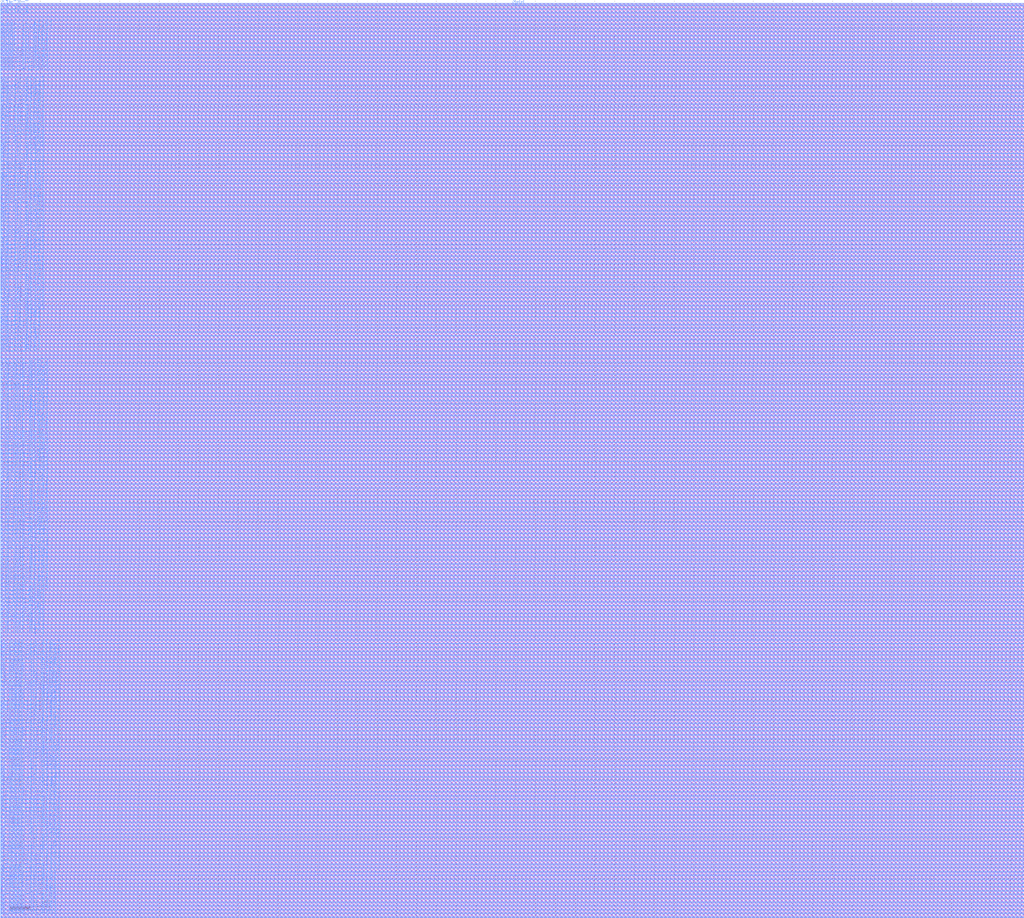
<source format=lef>
# Generated by FakeRAM 2.0
VERSION 5.7 ;
BUSBITCHARS "[]" ;
PROPERTYDEFINITIONS
  MACRO width INTEGER ;
  MACRO depth INTEGER ;
  MACRO banks INTEGER ;
END PROPERTYDEFINITIONS
MACRO fakeram7_tdp_2048x64
  PROPERTY width 64 ;
  PROPERTY depth 2048 ;
  PROPERTY banks 8 ;
  FOREIGN fakeram7_tdp_2048x64 0 0 ;
  SYMMETRY X Y ;
  SIZE 103.360 BY 92.400 ;
  CLASS BLOCK ;
  PIN w_mask_in_A[0]
    DIRECTION INPUT ;
    USE SIGNAL ;
    SHAPE ABUTMENT ;
    PORT
      LAYER M4 ;
      RECT 0.000 0.048 0.024 0.072 ;
    END
  END w_mask_in_A[0]
  PIN w_mask_in_B[0]
    DIRECTION INPUT ;
    USE SIGNAL ;
    SHAPE ABUTMENT ;
    PORT
      LAYER M4 ;
      RECT 103.336 0.048 103.360 0.072 ;
    END
  END w_mask_in_B[0]
  PIN w_mask_in_A[1]
    DIRECTION INPUT ;
    USE SIGNAL ;
    SHAPE ABUTMENT ;
    PORT
      LAYER M4 ;
      RECT 0.000 0.480 0.024 0.504 ;
    END
  END w_mask_in_A[1]
  PIN w_mask_in_B[1]
    DIRECTION INPUT ;
    USE SIGNAL ;
    SHAPE ABUTMENT ;
    PORT
      LAYER M4 ;
      RECT 103.336 0.480 103.360 0.504 ;
    END
  END w_mask_in_B[1]
  PIN w_mask_in_A[2]
    DIRECTION INPUT ;
    USE SIGNAL ;
    SHAPE ABUTMENT ;
    PORT
      LAYER M4 ;
      RECT 0.000 0.912 0.024 0.936 ;
    END
  END w_mask_in_A[2]
  PIN w_mask_in_B[2]
    DIRECTION INPUT ;
    USE SIGNAL ;
    SHAPE ABUTMENT ;
    PORT
      LAYER M4 ;
      RECT 103.336 0.912 103.360 0.936 ;
    END
  END w_mask_in_B[2]
  PIN w_mask_in_A[3]
    DIRECTION INPUT ;
    USE SIGNAL ;
    SHAPE ABUTMENT ;
    PORT
      LAYER M4 ;
      RECT 0.000 1.344 0.024 1.368 ;
    END
  END w_mask_in_A[3]
  PIN w_mask_in_B[3]
    DIRECTION INPUT ;
    USE SIGNAL ;
    SHAPE ABUTMENT ;
    PORT
      LAYER M4 ;
      RECT 103.336 1.344 103.360 1.368 ;
    END
  END w_mask_in_B[3]
  PIN w_mask_in_A[4]
    DIRECTION INPUT ;
    USE SIGNAL ;
    SHAPE ABUTMENT ;
    PORT
      LAYER M4 ;
      RECT 0.000 1.776 0.024 1.800 ;
    END
  END w_mask_in_A[4]
  PIN w_mask_in_B[4]
    DIRECTION INPUT ;
    USE SIGNAL ;
    SHAPE ABUTMENT ;
    PORT
      LAYER M4 ;
      RECT 103.336 1.776 103.360 1.800 ;
    END
  END w_mask_in_B[4]
  PIN w_mask_in_A[5]
    DIRECTION INPUT ;
    USE SIGNAL ;
    SHAPE ABUTMENT ;
    PORT
      LAYER M4 ;
      RECT 0.000 2.208 0.024 2.232 ;
    END
  END w_mask_in_A[5]
  PIN w_mask_in_B[5]
    DIRECTION INPUT ;
    USE SIGNAL ;
    SHAPE ABUTMENT ;
    PORT
      LAYER M4 ;
      RECT 103.336 2.208 103.360 2.232 ;
    END
  END w_mask_in_B[5]
  PIN w_mask_in_A[6]
    DIRECTION INPUT ;
    USE SIGNAL ;
    SHAPE ABUTMENT ;
    PORT
      LAYER M4 ;
      RECT 0.000 2.640 0.024 2.664 ;
    END
  END w_mask_in_A[6]
  PIN w_mask_in_B[6]
    DIRECTION INPUT ;
    USE SIGNAL ;
    SHAPE ABUTMENT ;
    PORT
      LAYER M4 ;
      RECT 103.336 2.640 103.360 2.664 ;
    END
  END w_mask_in_B[6]
  PIN w_mask_in_A[7]
    DIRECTION INPUT ;
    USE SIGNAL ;
    SHAPE ABUTMENT ;
    PORT
      LAYER M4 ;
      RECT 0.000 3.072 0.024 3.096 ;
    END
  END w_mask_in_A[7]
  PIN w_mask_in_B[7]
    DIRECTION INPUT ;
    USE SIGNAL ;
    SHAPE ABUTMENT ;
    PORT
      LAYER M4 ;
      RECT 103.336 3.072 103.360 3.096 ;
    END
  END w_mask_in_B[7]
  PIN w_mask_in_A[8]
    DIRECTION INPUT ;
    USE SIGNAL ;
    SHAPE ABUTMENT ;
    PORT
      LAYER M4 ;
      RECT 0.000 3.504 0.024 3.528 ;
    END
  END w_mask_in_A[8]
  PIN w_mask_in_B[8]
    DIRECTION INPUT ;
    USE SIGNAL ;
    SHAPE ABUTMENT ;
    PORT
      LAYER M4 ;
      RECT 103.336 3.504 103.360 3.528 ;
    END
  END w_mask_in_B[8]
  PIN w_mask_in_A[9]
    DIRECTION INPUT ;
    USE SIGNAL ;
    SHAPE ABUTMENT ;
    PORT
      LAYER M4 ;
      RECT 0.000 3.936 0.024 3.960 ;
    END
  END w_mask_in_A[9]
  PIN w_mask_in_B[9]
    DIRECTION INPUT ;
    USE SIGNAL ;
    SHAPE ABUTMENT ;
    PORT
      LAYER M4 ;
      RECT 103.336 3.936 103.360 3.960 ;
    END
  END w_mask_in_B[9]
  PIN w_mask_in_A[10]
    DIRECTION INPUT ;
    USE SIGNAL ;
    SHAPE ABUTMENT ;
    PORT
      LAYER M4 ;
      RECT 0.000 4.368 0.024 4.392 ;
    END
  END w_mask_in_A[10]
  PIN w_mask_in_B[10]
    DIRECTION INPUT ;
    USE SIGNAL ;
    SHAPE ABUTMENT ;
    PORT
      LAYER M4 ;
      RECT 103.336 4.368 103.360 4.392 ;
    END
  END w_mask_in_B[10]
  PIN w_mask_in_A[11]
    DIRECTION INPUT ;
    USE SIGNAL ;
    SHAPE ABUTMENT ;
    PORT
      LAYER M4 ;
      RECT 0.000 4.800 0.024 4.824 ;
    END
  END w_mask_in_A[11]
  PIN w_mask_in_B[11]
    DIRECTION INPUT ;
    USE SIGNAL ;
    SHAPE ABUTMENT ;
    PORT
      LAYER M4 ;
      RECT 103.336 4.800 103.360 4.824 ;
    END
  END w_mask_in_B[11]
  PIN w_mask_in_A[12]
    DIRECTION INPUT ;
    USE SIGNAL ;
    SHAPE ABUTMENT ;
    PORT
      LAYER M4 ;
      RECT 0.000 5.232 0.024 5.256 ;
    END
  END w_mask_in_A[12]
  PIN w_mask_in_B[12]
    DIRECTION INPUT ;
    USE SIGNAL ;
    SHAPE ABUTMENT ;
    PORT
      LAYER M4 ;
      RECT 103.336 5.232 103.360 5.256 ;
    END
  END w_mask_in_B[12]
  PIN w_mask_in_A[13]
    DIRECTION INPUT ;
    USE SIGNAL ;
    SHAPE ABUTMENT ;
    PORT
      LAYER M4 ;
      RECT 0.000 5.664 0.024 5.688 ;
    END
  END w_mask_in_A[13]
  PIN w_mask_in_B[13]
    DIRECTION INPUT ;
    USE SIGNAL ;
    SHAPE ABUTMENT ;
    PORT
      LAYER M4 ;
      RECT 103.336 5.664 103.360 5.688 ;
    END
  END w_mask_in_B[13]
  PIN w_mask_in_A[14]
    DIRECTION INPUT ;
    USE SIGNAL ;
    SHAPE ABUTMENT ;
    PORT
      LAYER M4 ;
      RECT 0.000 6.096 0.024 6.120 ;
    END
  END w_mask_in_A[14]
  PIN w_mask_in_B[14]
    DIRECTION INPUT ;
    USE SIGNAL ;
    SHAPE ABUTMENT ;
    PORT
      LAYER M4 ;
      RECT 103.336 6.096 103.360 6.120 ;
    END
  END w_mask_in_B[14]
  PIN w_mask_in_A[15]
    DIRECTION INPUT ;
    USE SIGNAL ;
    SHAPE ABUTMENT ;
    PORT
      LAYER M4 ;
      RECT 0.000 6.528 0.024 6.552 ;
    END
  END w_mask_in_A[15]
  PIN w_mask_in_B[15]
    DIRECTION INPUT ;
    USE SIGNAL ;
    SHAPE ABUTMENT ;
    PORT
      LAYER M4 ;
      RECT 103.336 6.528 103.360 6.552 ;
    END
  END w_mask_in_B[15]
  PIN w_mask_in_A[16]
    DIRECTION INPUT ;
    USE SIGNAL ;
    SHAPE ABUTMENT ;
    PORT
      LAYER M4 ;
      RECT 0.000 6.960 0.024 6.984 ;
    END
  END w_mask_in_A[16]
  PIN w_mask_in_B[16]
    DIRECTION INPUT ;
    USE SIGNAL ;
    SHAPE ABUTMENT ;
    PORT
      LAYER M4 ;
      RECT 103.336 6.960 103.360 6.984 ;
    END
  END w_mask_in_B[16]
  PIN w_mask_in_A[17]
    DIRECTION INPUT ;
    USE SIGNAL ;
    SHAPE ABUTMENT ;
    PORT
      LAYER M4 ;
      RECT 0.000 7.392 0.024 7.416 ;
    END
  END w_mask_in_A[17]
  PIN w_mask_in_B[17]
    DIRECTION INPUT ;
    USE SIGNAL ;
    SHAPE ABUTMENT ;
    PORT
      LAYER M4 ;
      RECT 103.336 7.392 103.360 7.416 ;
    END
  END w_mask_in_B[17]
  PIN w_mask_in_A[18]
    DIRECTION INPUT ;
    USE SIGNAL ;
    SHAPE ABUTMENT ;
    PORT
      LAYER M4 ;
      RECT 0.000 7.824 0.024 7.848 ;
    END
  END w_mask_in_A[18]
  PIN w_mask_in_B[18]
    DIRECTION INPUT ;
    USE SIGNAL ;
    SHAPE ABUTMENT ;
    PORT
      LAYER M4 ;
      RECT 103.336 7.824 103.360 7.848 ;
    END
  END w_mask_in_B[18]
  PIN w_mask_in_A[19]
    DIRECTION INPUT ;
    USE SIGNAL ;
    SHAPE ABUTMENT ;
    PORT
      LAYER M4 ;
      RECT 0.000 8.256 0.024 8.280 ;
    END
  END w_mask_in_A[19]
  PIN w_mask_in_B[19]
    DIRECTION INPUT ;
    USE SIGNAL ;
    SHAPE ABUTMENT ;
    PORT
      LAYER M4 ;
      RECT 103.336 8.256 103.360 8.280 ;
    END
  END w_mask_in_B[19]
  PIN w_mask_in_A[20]
    DIRECTION INPUT ;
    USE SIGNAL ;
    SHAPE ABUTMENT ;
    PORT
      LAYER M4 ;
      RECT 0.000 8.688 0.024 8.712 ;
    END
  END w_mask_in_A[20]
  PIN w_mask_in_B[20]
    DIRECTION INPUT ;
    USE SIGNAL ;
    SHAPE ABUTMENT ;
    PORT
      LAYER M4 ;
      RECT 103.336 8.688 103.360 8.712 ;
    END
  END w_mask_in_B[20]
  PIN w_mask_in_A[21]
    DIRECTION INPUT ;
    USE SIGNAL ;
    SHAPE ABUTMENT ;
    PORT
      LAYER M4 ;
      RECT 0.000 9.120 0.024 9.144 ;
    END
  END w_mask_in_A[21]
  PIN w_mask_in_B[21]
    DIRECTION INPUT ;
    USE SIGNAL ;
    SHAPE ABUTMENT ;
    PORT
      LAYER M4 ;
      RECT 103.336 9.120 103.360 9.144 ;
    END
  END w_mask_in_B[21]
  PIN w_mask_in_A[22]
    DIRECTION INPUT ;
    USE SIGNAL ;
    SHAPE ABUTMENT ;
    PORT
      LAYER M4 ;
      RECT 0.000 9.552 0.024 9.576 ;
    END
  END w_mask_in_A[22]
  PIN w_mask_in_B[22]
    DIRECTION INPUT ;
    USE SIGNAL ;
    SHAPE ABUTMENT ;
    PORT
      LAYER M4 ;
      RECT 103.336 9.552 103.360 9.576 ;
    END
  END w_mask_in_B[22]
  PIN w_mask_in_A[23]
    DIRECTION INPUT ;
    USE SIGNAL ;
    SHAPE ABUTMENT ;
    PORT
      LAYER M4 ;
      RECT 0.000 9.984 0.024 10.008 ;
    END
  END w_mask_in_A[23]
  PIN w_mask_in_B[23]
    DIRECTION INPUT ;
    USE SIGNAL ;
    SHAPE ABUTMENT ;
    PORT
      LAYER M4 ;
      RECT 103.336 9.984 103.360 10.008 ;
    END
  END w_mask_in_B[23]
  PIN w_mask_in_A[24]
    DIRECTION INPUT ;
    USE SIGNAL ;
    SHAPE ABUTMENT ;
    PORT
      LAYER M4 ;
      RECT 0.000 10.416 0.024 10.440 ;
    END
  END w_mask_in_A[24]
  PIN w_mask_in_B[24]
    DIRECTION INPUT ;
    USE SIGNAL ;
    SHAPE ABUTMENT ;
    PORT
      LAYER M4 ;
      RECT 103.336 10.416 103.360 10.440 ;
    END
  END w_mask_in_B[24]
  PIN w_mask_in_A[25]
    DIRECTION INPUT ;
    USE SIGNAL ;
    SHAPE ABUTMENT ;
    PORT
      LAYER M4 ;
      RECT 0.000 10.848 0.024 10.872 ;
    END
  END w_mask_in_A[25]
  PIN w_mask_in_B[25]
    DIRECTION INPUT ;
    USE SIGNAL ;
    SHAPE ABUTMENT ;
    PORT
      LAYER M4 ;
      RECT 103.336 10.848 103.360 10.872 ;
    END
  END w_mask_in_B[25]
  PIN w_mask_in_A[26]
    DIRECTION INPUT ;
    USE SIGNAL ;
    SHAPE ABUTMENT ;
    PORT
      LAYER M4 ;
      RECT 0.000 11.280 0.024 11.304 ;
    END
  END w_mask_in_A[26]
  PIN w_mask_in_B[26]
    DIRECTION INPUT ;
    USE SIGNAL ;
    SHAPE ABUTMENT ;
    PORT
      LAYER M4 ;
      RECT 103.336 11.280 103.360 11.304 ;
    END
  END w_mask_in_B[26]
  PIN w_mask_in_A[27]
    DIRECTION INPUT ;
    USE SIGNAL ;
    SHAPE ABUTMENT ;
    PORT
      LAYER M4 ;
      RECT 0.000 11.712 0.024 11.736 ;
    END
  END w_mask_in_A[27]
  PIN w_mask_in_B[27]
    DIRECTION INPUT ;
    USE SIGNAL ;
    SHAPE ABUTMENT ;
    PORT
      LAYER M4 ;
      RECT 103.336 11.712 103.360 11.736 ;
    END
  END w_mask_in_B[27]
  PIN w_mask_in_A[28]
    DIRECTION INPUT ;
    USE SIGNAL ;
    SHAPE ABUTMENT ;
    PORT
      LAYER M4 ;
      RECT 0.000 12.144 0.024 12.168 ;
    END
  END w_mask_in_A[28]
  PIN w_mask_in_B[28]
    DIRECTION INPUT ;
    USE SIGNAL ;
    SHAPE ABUTMENT ;
    PORT
      LAYER M4 ;
      RECT 103.336 12.144 103.360 12.168 ;
    END
  END w_mask_in_B[28]
  PIN w_mask_in_A[29]
    DIRECTION INPUT ;
    USE SIGNAL ;
    SHAPE ABUTMENT ;
    PORT
      LAYER M4 ;
      RECT 0.000 12.576 0.024 12.600 ;
    END
  END w_mask_in_A[29]
  PIN w_mask_in_B[29]
    DIRECTION INPUT ;
    USE SIGNAL ;
    SHAPE ABUTMENT ;
    PORT
      LAYER M4 ;
      RECT 103.336 12.576 103.360 12.600 ;
    END
  END w_mask_in_B[29]
  PIN w_mask_in_A[30]
    DIRECTION INPUT ;
    USE SIGNAL ;
    SHAPE ABUTMENT ;
    PORT
      LAYER M4 ;
      RECT 0.000 13.008 0.024 13.032 ;
    END
  END w_mask_in_A[30]
  PIN w_mask_in_B[30]
    DIRECTION INPUT ;
    USE SIGNAL ;
    SHAPE ABUTMENT ;
    PORT
      LAYER M4 ;
      RECT 103.336 13.008 103.360 13.032 ;
    END
  END w_mask_in_B[30]
  PIN w_mask_in_A[31]
    DIRECTION INPUT ;
    USE SIGNAL ;
    SHAPE ABUTMENT ;
    PORT
      LAYER M4 ;
      RECT 0.000 13.440 0.024 13.464 ;
    END
  END w_mask_in_A[31]
  PIN w_mask_in_B[31]
    DIRECTION INPUT ;
    USE SIGNAL ;
    SHAPE ABUTMENT ;
    PORT
      LAYER M4 ;
      RECT 103.336 13.440 103.360 13.464 ;
    END
  END w_mask_in_B[31]
  PIN w_mask_in_A[32]
    DIRECTION INPUT ;
    USE SIGNAL ;
    SHAPE ABUTMENT ;
    PORT
      LAYER M4 ;
      RECT 0.000 13.872 0.024 13.896 ;
    END
  END w_mask_in_A[32]
  PIN w_mask_in_B[32]
    DIRECTION INPUT ;
    USE SIGNAL ;
    SHAPE ABUTMENT ;
    PORT
      LAYER M4 ;
      RECT 103.336 13.872 103.360 13.896 ;
    END
  END w_mask_in_B[32]
  PIN w_mask_in_A[33]
    DIRECTION INPUT ;
    USE SIGNAL ;
    SHAPE ABUTMENT ;
    PORT
      LAYER M4 ;
      RECT 0.000 14.304 0.024 14.328 ;
    END
  END w_mask_in_A[33]
  PIN w_mask_in_B[33]
    DIRECTION INPUT ;
    USE SIGNAL ;
    SHAPE ABUTMENT ;
    PORT
      LAYER M4 ;
      RECT 103.336 14.304 103.360 14.328 ;
    END
  END w_mask_in_B[33]
  PIN w_mask_in_A[34]
    DIRECTION INPUT ;
    USE SIGNAL ;
    SHAPE ABUTMENT ;
    PORT
      LAYER M4 ;
      RECT 0.000 14.736 0.024 14.760 ;
    END
  END w_mask_in_A[34]
  PIN w_mask_in_B[34]
    DIRECTION INPUT ;
    USE SIGNAL ;
    SHAPE ABUTMENT ;
    PORT
      LAYER M4 ;
      RECT 103.336 14.736 103.360 14.760 ;
    END
  END w_mask_in_B[34]
  PIN w_mask_in_A[35]
    DIRECTION INPUT ;
    USE SIGNAL ;
    SHAPE ABUTMENT ;
    PORT
      LAYER M4 ;
      RECT 0.000 15.168 0.024 15.192 ;
    END
  END w_mask_in_A[35]
  PIN w_mask_in_B[35]
    DIRECTION INPUT ;
    USE SIGNAL ;
    SHAPE ABUTMENT ;
    PORT
      LAYER M4 ;
      RECT 103.336 15.168 103.360 15.192 ;
    END
  END w_mask_in_B[35]
  PIN w_mask_in_A[36]
    DIRECTION INPUT ;
    USE SIGNAL ;
    SHAPE ABUTMENT ;
    PORT
      LAYER M4 ;
      RECT 0.000 15.600 0.024 15.624 ;
    END
  END w_mask_in_A[36]
  PIN w_mask_in_B[36]
    DIRECTION INPUT ;
    USE SIGNAL ;
    SHAPE ABUTMENT ;
    PORT
      LAYER M4 ;
      RECT 103.336 15.600 103.360 15.624 ;
    END
  END w_mask_in_B[36]
  PIN w_mask_in_A[37]
    DIRECTION INPUT ;
    USE SIGNAL ;
    SHAPE ABUTMENT ;
    PORT
      LAYER M4 ;
      RECT 0.000 16.032 0.024 16.056 ;
    END
  END w_mask_in_A[37]
  PIN w_mask_in_B[37]
    DIRECTION INPUT ;
    USE SIGNAL ;
    SHAPE ABUTMENT ;
    PORT
      LAYER M4 ;
      RECT 103.336 16.032 103.360 16.056 ;
    END
  END w_mask_in_B[37]
  PIN w_mask_in_A[38]
    DIRECTION INPUT ;
    USE SIGNAL ;
    SHAPE ABUTMENT ;
    PORT
      LAYER M4 ;
      RECT 0.000 16.464 0.024 16.488 ;
    END
  END w_mask_in_A[38]
  PIN w_mask_in_B[38]
    DIRECTION INPUT ;
    USE SIGNAL ;
    SHAPE ABUTMENT ;
    PORT
      LAYER M4 ;
      RECT 103.336 16.464 103.360 16.488 ;
    END
  END w_mask_in_B[38]
  PIN w_mask_in_A[39]
    DIRECTION INPUT ;
    USE SIGNAL ;
    SHAPE ABUTMENT ;
    PORT
      LAYER M4 ;
      RECT 0.000 16.896 0.024 16.920 ;
    END
  END w_mask_in_A[39]
  PIN w_mask_in_B[39]
    DIRECTION INPUT ;
    USE SIGNAL ;
    SHAPE ABUTMENT ;
    PORT
      LAYER M4 ;
      RECT 103.336 16.896 103.360 16.920 ;
    END
  END w_mask_in_B[39]
  PIN w_mask_in_A[40]
    DIRECTION INPUT ;
    USE SIGNAL ;
    SHAPE ABUTMENT ;
    PORT
      LAYER M4 ;
      RECT 0.000 17.328 0.024 17.352 ;
    END
  END w_mask_in_A[40]
  PIN w_mask_in_B[40]
    DIRECTION INPUT ;
    USE SIGNAL ;
    SHAPE ABUTMENT ;
    PORT
      LAYER M4 ;
      RECT 103.336 17.328 103.360 17.352 ;
    END
  END w_mask_in_B[40]
  PIN w_mask_in_A[41]
    DIRECTION INPUT ;
    USE SIGNAL ;
    SHAPE ABUTMENT ;
    PORT
      LAYER M4 ;
      RECT 0.000 17.760 0.024 17.784 ;
    END
  END w_mask_in_A[41]
  PIN w_mask_in_B[41]
    DIRECTION INPUT ;
    USE SIGNAL ;
    SHAPE ABUTMENT ;
    PORT
      LAYER M4 ;
      RECT 103.336 17.760 103.360 17.784 ;
    END
  END w_mask_in_B[41]
  PIN w_mask_in_A[42]
    DIRECTION INPUT ;
    USE SIGNAL ;
    SHAPE ABUTMENT ;
    PORT
      LAYER M4 ;
      RECT 0.000 18.192 0.024 18.216 ;
    END
  END w_mask_in_A[42]
  PIN w_mask_in_B[42]
    DIRECTION INPUT ;
    USE SIGNAL ;
    SHAPE ABUTMENT ;
    PORT
      LAYER M4 ;
      RECT 103.336 18.192 103.360 18.216 ;
    END
  END w_mask_in_B[42]
  PIN w_mask_in_A[43]
    DIRECTION INPUT ;
    USE SIGNAL ;
    SHAPE ABUTMENT ;
    PORT
      LAYER M4 ;
      RECT 0.000 18.624 0.024 18.648 ;
    END
  END w_mask_in_A[43]
  PIN w_mask_in_B[43]
    DIRECTION INPUT ;
    USE SIGNAL ;
    SHAPE ABUTMENT ;
    PORT
      LAYER M4 ;
      RECT 103.336 18.624 103.360 18.648 ;
    END
  END w_mask_in_B[43]
  PIN w_mask_in_A[44]
    DIRECTION INPUT ;
    USE SIGNAL ;
    SHAPE ABUTMENT ;
    PORT
      LAYER M4 ;
      RECT 0.000 19.056 0.024 19.080 ;
    END
  END w_mask_in_A[44]
  PIN w_mask_in_B[44]
    DIRECTION INPUT ;
    USE SIGNAL ;
    SHAPE ABUTMENT ;
    PORT
      LAYER M4 ;
      RECT 103.336 19.056 103.360 19.080 ;
    END
  END w_mask_in_B[44]
  PIN w_mask_in_A[45]
    DIRECTION INPUT ;
    USE SIGNAL ;
    SHAPE ABUTMENT ;
    PORT
      LAYER M4 ;
      RECT 0.000 19.488 0.024 19.512 ;
    END
  END w_mask_in_A[45]
  PIN w_mask_in_B[45]
    DIRECTION INPUT ;
    USE SIGNAL ;
    SHAPE ABUTMENT ;
    PORT
      LAYER M4 ;
      RECT 103.336 19.488 103.360 19.512 ;
    END
  END w_mask_in_B[45]
  PIN w_mask_in_A[46]
    DIRECTION INPUT ;
    USE SIGNAL ;
    SHAPE ABUTMENT ;
    PORT
      LAYER M4 ;
      RECT 0.000 19.920 0.024 19.944 ;
    END
  END w_mask_in_A[46]
  PIN w_mask_in_B[46]
    DIRECTION INPUT ;
    USE SIGNAL ;
    SHAPE ABUTMENT ;
    PORT
      LAYER M4 ;
      RECT 103.336 19.920 103.360 19.944 ;
    END
  END w_mask_in_B[46]
  PIN w_mask_in_A[47]
    DIRECTION INPUT ;
    USE SIGNAL ;
    SHAPE ABUTMENT ;
    PORT
      LAYER M4 ;
      RECT 0.000 20.352 0.024 20.376 ;
    END
  END w_mask_in_A[47]
  PIN w_mask_in_B[47]
    DIRECTION INPUT ;
    USE SIGNAL ;
    SHAPE ABUTMENT ;
    PORT
      LAYER M4 ;
      RECT 103.336 20.352 103.360 20.376 ;
    END
  END w_mask_in_B[47]
  PIN w_mask_in_A[48]
    DIRECTION INPUT ;
    USE SIGNAL ;
    SHAPE ABUTMENT ;
    PORT
      LAYER M4 ;
      RECT 0.000 20.784 0.024 20.808 ;
    END
  END w_mask_in_A[48]
  PIN w_mask_in_B[48]
    DIRECTION INPUT ;
    USE SIGNAL ;
    SHAPE ABUTMENT ;
    PORT
      LAYER M4 ;
      RECT 103.336 20.784 103.360 20.808 ;
    END
  END w_mask_in_B[48]
  PIN w_mask_in_A[49]
    DIRECTION INPUT ;
    USE SIGNAL ;
    SHAPE ABUTMENT ;
    PORT
      LAYER M4 ;
      RECT 0.000 21.216 0.024 21.240 ;
    END
  END w_mask_in_A[49]
  PIN w_mask_in_B[49]
    DIRECTION INPUT ;
    USE SIGNAL ;
    SHAPE ABUTMENT ;
    PORT
      LAYER M4 ;
      RECT 103.336 21.216 103.360 21.240 ;
    END
  END w_mask_in_B[49]
  PIN w_mask_in_A[50]
    DIRECTION INPUT ;
    USE SIGNAL ;
    SHAPE ABUTMENT ;
    PORT
      LAYER M4 ;
      RECT 0.000 21.648 0.024 21.672 ;
    END
  END w_mask_in_A[50]
  PIN w_mask_in_B[50]
    DIRECTION INPUT ;
    USE SIGNAL ;
    SHAPE ABUTMENT ;
    PORT
      LAYER M4 ;
      RECT 103.336 21.648 103.360 21.672 ;
    END
  END w_mask_in_B[50]
  PIN w_mask_in_A[51]
    DIRECTION INPUT ;
    USE SIGNAL ;
    SHAPE ABUTMENT ;
    PORT
      LAYER M4 ;
      RECT 0.000 22.080 0.024 22.104 ;
    END
  END w_mask_in_A[51]
  PIN w_mask_in_B[51]
    DIRECTION INPUT ;
    USE SIGNAL ;
    SHAPE ABUTMENT ;
    PORT
      LAYER M4 ;
      RECT 103.336 22.080 103.360 22.104 ;
    END
  END w_mask_in_B[51]
  PIN w_mask_in_A[52]
    DIRECTION INPUT ;
    USE SIGNAL ;
    SHAPE ABUTMENT ;
    PORT
      LAYER M4 ;
      RECT 0.000 22.512 0.024 22.536 ;
    END
  END w_mask_in_A[52]
  PIN w_mask_in_B[52]
    DIRECTION INPUT ;
    USE SIGNAL ;
    SHAPE ABUTMENT ;
    PORT
      LAYER M4 ;
      RECT 103.336 22.512 103.360 22.536 ;
    END
  END w_mask_in_B[52]
  PIN w_mask_in_A[53]
    DIRECTION INPUT ;
    USE SIGNAL ;
    SHAPE ABUTMENT ;
    PORT
      LAYER M4 ;
      RECT 0.000 22.944 0.024 22.968 ;
    END
  END w_mask_in_A[53]
  PIN w_mask_in_B[53]
    DIRECTION INPUT ;
    USE SIGNAL ;
    SHAPE ABUTMENT ;
    PORT
      LAYER M4 ;
      RECT 103.336 22.944 103.360 22.968 ;
    END
  END w_mask_in_B[53]
  PIN w_mask_in_A[54]
    DIRECTION INPUT ;
    USE SIGNAL ;
    SHAPE ABUTMENT ;
    PORT
      LAYER M4 ;
      RECT 0.000 23.376 0.024 23.400 ;
    END
  END w_mask_in_A[54]
  PIN w_mask_in_B[54]
    DIRECTION INPUT ;
    USE SIGNAL ;
    SHAPE ABUTMENT ;
    PORT
      LAYER M4 ;
      RECT 103.336 23.376 103.360 23.400 ;
    END
  END w_mask_in_B[54]
  PIN w_mask_in_A[55]
    DIRECTION INPUT ;
    USE SIGNAL ;
    SHAPE ABUTMENT ;
    PORT
      LAYER M4 ;
      RECT 0.000 23.808 0.024 23.832 ;
    END
  END w_mask_in_A[55]
  PIN w_mask_in_B[55]
    DIRECTION INPUT ;
    USE SIGNAL ;
    SHAPE ABUTMENT ;
    PORT
      LAYER M4 ;
      RECT 103.336 23.808 103.360 23.832 ;
    END
  END w_mask_in_B[55]
  PIN w_mask_in_A[56]
    DIRECTION INPUT ;
    USE SIGNAL ;
    SHAPE ABUTMENT ;
    PORT
      LAYER M4 ;
      RECT 0.000 24.240 0.024 24.264 ;
    END
  END w_mask_in_A[56]
  PIN w_mask_in_B[56]
    DIRECTION INPUT ;
    USE SIGNAL ;
    SHAPE ABUTMENT ;
    PORT
      LAYER M4 ;
      RECT 103.336 24.240 103.360 24.264 ;
    END
  END w_mask_in_B[56]
  PIN w_mask_in_A[57]
    DIRECTION INPUT ;
    USE SIGNAL ;
    SHAPE ABUTMENT ;
    PORT
      LAYER M4 ;
      RECT 0.000 24.672 0.024 24.696 ;
    END
  END w_mask_in_A[57]
  PIN w_mask_in_B[57]
    DIRECTION INPUT ;
    USE SIGNAL ;
    SHAPE ABUTMENT ;
    PORT
      LAYER M4 ;
      RECT 103.336 24.672 103.360 24.696 ;
    END
  END w_mask_in_B[57]
  PIN w_mask_in_A[58]
    DIRECTION INPUT ;
    USE SIGNAL ;
    SHAPE ABUTMENT ;
    PORT
      LAYER M4 ;
      RECT 0.000 25.104 0.024 25.128 ;
    END
  END w_mask_in_A[58]
  PIN w_mask_in_B[58]
    DIRECTION INPUT ;
    USE SIGNAL ;
    SHAPE ABUTMENT ;
    PORT
      LAYER M4 ;
      RECT 103.336 25.104 103.360 25.128 ;
    END
  END w_mask_in_B[58]
  PIN w_mask_in_A[59]
    DIRECTION INPUT ;
    USE SIGNAL ;
    SHAPE ABUTMENT ;
    PORT
      LAYER M4 ;
      RECT 0.000 25.536 0.024 25.560 ;
    END
  END w_mask_in_A[59]
  PIN w_mask_in_B[59]
    DIRECTION INPUT ;
    USE SIGNAL ;
    SHAPE ABUTMENT ;
    PORT
      LAYER M4 ;
      RECT 103.336 25.536 103.360 25.560 ;
    END
  END w_mask_in_B[59]
  PIN w_mask_in_A[60]
    DIRECTION INPUT ;
    USE SIGNAL ;
    SHAPE ABUTMENT ;
    PORT
      LAYER M4 ;
      RECT 0.000 25.968 0.024 25.992 ;
    END
  END w_mask_in_A[60]
  PIN w_mask_in_B[60]
    DIRECTION INPUT ;
    USE SIGNAL ;
    SHAPE ABUTMENT ;
    PORT
      LAYER M4 ;
      RECT 103.336 25.968 103.360 25.992 ;
    END
  END w_mask_in_B[60]
  PIN w_mask_in_A[61]
    DIRECTION INPUT ;
    USE SIGNAL ;
    SHAPE ABUTMENT ;
    PORT
      LAYER M4 ;
      RECT 0.000 26.400 0.024 26.424 ;
    END
  END w_mask_in_A[61]
  PIN w_mask_in_B[61]
    DIRECTION INPUT ;
    USE SIGNAL ;
    SHAPE ABUTMENT ;
    PORT
      LAYER M4 ;
      RECT 103.336 26.400 103.360 26.424 ;
    END
  END w_mask_in_B[61]
  PIN w_mask_in_A[62]
    DIRECTION INPUT ;
    USE SIGNAL ;
    SHAPE ABUTMENT ;
    PORT
      LAYER M4 ;
      RECT 0.000 26.832 0.024 26.856 ;
    END
  END w_mask_in_A[62]
  PIN w_mask_in_B[62]
    DIRECTION INPUT ;
    USE SIGNAL ;
    SHAPE ABUTMENT ;
    PORT
      LAYER M4 ;
      RECT 103.336 26.832 103.360 26.856 ;
    END
  END w_mask_in_B[62]
  PIN w_mask_in_A[63]
    DIRECTION INPUT ;
    USE SIGNAL ;
    SHAPE ABUTMENT ;
    PORT
      LAYER M4 ;
      RECT 0.000 27.264 0.024 27.288 ;
    END
  END w_mask_in_A[63]
  PIN w_mask_in_B[63]
    DIRECTION INPUT ;
    USE SIGNAL ;
    SHAPE ABUTMENT ;
    PORT
      LAYER M4 ;
      RECT 103.336 27.264 103.360 27.288 ;
    END
  END w_mask_in_B[63]
  PIN rd_out_A[0]
    DIRECTION OUTPUT ;
    USE SIGNAL ;
    SHAPE ABUTMENT ;
    PORT
      LAYER M4 ;
      RECT 0.000 28.512 0.024 28.536 ;
    END
  END rd_out_A[0]
  PIN rd_out_B[0]
    DIRECTION OUTPUT ;
    USE SIGNAL ;
    SHAPE ABUTMENT ;
    PORT
      LAYER M4 ;
      RECT 103.336 28.512 103.360 28.536 ;
    END
  END rd_out_B[0]
  PIN rd_out_A[1]
    DIRECTION OUTPUT ;
    USE SIGNAL ;
    SHAPE ABUTMENT ;
    PORT
      LAYER M4 ;
      RECT 0.000 28.944 0.024 28.968 ;
    END
  END rd_out_A[1]
  PIN rd_out_B[1]
    DIRECTION OUTPUT ;
    USE SIGNAL ;
    SHAPE ABUTMENT ;
    PORT
      LAYER M4 ;
      RECT 103.336 28.944 103.360 28.968 ;
    END
  END rd_out_B[1]
  PIN rd_out_A[2]
    DIRECTION OUTPUT ;
    USE SIGNAL ;
    SHAPE ABUTMENT ;
    PORT
      LAYER M4 ;
      RECT 0.000 29.376 0.024 29.400 ;
    END
  END rd_out_A[2]
  PIN rd_out_B[2]
    DIRECTION OUTPUT ;
    USE SIGNAL ;
    SHAPE ABUTMENT ;
    PORT
      LAYER M4 ;
      RECT 103.336 29.376 103.360 29.400 ;
    END
  END rd_out_B[2]
  PIN rd_out_A[3]
    DIRECTION OUTPUT ;
    USE SIGNAL ;
    SHAPE ABUTMENT ;
    PORT
      LAYER M4 ;
      RECT 0.000 29.808 0.024 29.832 ;
    END
  END rd_out_A[3]
  PIN rd_out_B[3]
    DIRECTION OUTPUT ;
    USE SIGNAL ;
    SHAPE ABUTMENT ;
    PORT
      LAYER M4 ;
      RECT 103.336 29.808 103.360 29.832 ;
    END
  END rd_out_B[3]
  PIN rd_out_A[4]
    DIRECTION OUTPUT ;
    USE SIGNAL ;
    SHAPE ABUTMENT ;
    PORT
      LAYER M4 ;
      RECT 0.000 30.240 0.024 30.264 ;
    END
  END rd_out_A[4]
  PIN rd_out_B[4]
    DIRECTION OUTPUT ;
    USE SIGNAL ;
    SHAPE ABUTMENT ;
    PORT
      LAYER M4 ;
      RECT 103.336 30.240 103.360 30.264 ;
    END
  END rd_out_B[4]
  PIN rd_out_A[5]
    DIRECTION OUTPUT ;
    USE SIGNAL ;
    SHAPE ABUTMENT ;
    PORT
      LAYER M4 ;
      RECT 0.000 30.672 0.024 30.696 ;
    END
  END rd_out_A[5]
  PIN rd_out_B[5]
    DIRECTION OUTPUT ;
    USE SIGNAL ;
    SHAPE ABUTMENT ;
    PORT
      LAYER M4 ;
      RECT 103.336 30.672 103.360 30.696 ;
    END
  END rd_out_B[5]
  PIN rd_out_A[6]
    DIRECTION OUTPUT ;
    USE SIGNAL ;
    SHAPE ABUTMENT ;
    PORT
      LAYER M4 ;
      RECT 0.000 31.104 0.024 31.128 ;
    END
  END rd_out_A[6]
  PIN rd_out_B[6]
    DIRECTION OUTPUT ;
    USE SIGNAL ;
    SHAPE ABUTMENT ;
    PORT
      LAYER M4 ;
      RECT 103.336 31.104 103.360 31.128 ;
    END
  END rd_out_B[6]
  PIN rd_out_A[7]
    DIRECTION OUTPUT ;
    USE SIGNAL ;
    SHAPE ABUTMENT ;
    PORT
      LAYER M4 ;
      RECT 0.000 31.536 0.024 31.560 ;
    END
  END rd_out_A[7]
  PIN rd_out_B[7]
    DIRECTION OUTPUT ;
    USE SIGNAL ;
    SHAPE ABUTMENT ;
    PORT
      LAYER M4 ;
      RECT 103.336 31.536 103.360 31.560 ;
    END
  END rd_out_B[7]
  PIN rd_out_A[8]
    DIRECTION OUTPUT ;
    USE SIGNAL ;
    SHAPE ABUTMENT ;
    PORT
      LAYER M4 ;
      RECT 0.000 31.968 0.024 31.992 ;
    END
  END rd_out_A[8]
  PIN rd_out_B[8]
    DIRECTION OUTPUT ;
    USE SIGNAL ;
    SHAPE ABUTMENT ;
    PORT
      LAYER M4 ;
      RECT 103.336 31.968 103.360 31.992 ;
    END
  END rd_out_B[8]
  PIN rd_out_A[9]
    DIRECTION OUTPUT ;
    USE SIGNAL ;
    SHAPE ABUTMENT ;
    PORT
      LAYER M4 ;
      RECT 0.000 32.400 0.024 32.424 ;
    END
  END rd_out_A[9]
  PIN rd_out_B[9]
    DIRECTION OUTPUT ;
    USE SIGNAL ;
    SHAPE ABUTMENT ;
    PORT
      LAYER M4 ;
      RECT 103.336 32.400 103.360 32.424 ;
    END
  END rd_out_B[9]
  PIN rd_out_A[10]
    DIRECTION OUTPUT ;
    USE SIGNAL ;
    SHAPE ABUTMENT ;
    PORT
      LAYER M4 ;
      RECT 0.000 32.832 0.024 32.856 ;
    END
  END rd_out_A[10]
  PIN rd_out_B[10]
    DIRECTION OUTPUT ;
    USE SIGNAL ;
    SHAPE ABUTMENT ;
    PORT
      LAYER M4 ;
      RECT 103.336 32.832 103.360 32.856 ;
    END
  END rd_out_B[10]
  PIN rd_out_A[11]
    DIRECTION OUTPUT ;
    USE SIGNAL ;
    SHAPE ABUTMENT ;
    PORT
      LAYER M4 ;
      RECT 0.000 33.264 0.024 33.288 ;
    END
  END rd_out_A[11]
  PIN rd_out_B[11]
    DIRECTION OUTPUT ;
    USE SIGNAL ;
    SHAPE ABUTMENT ;
    PORT
      LAYER M4 ;
      RECT 103.336 33.264 103.360 33.288 ;
    END
  END rd_out_B[11]
  PIN rd_out_A[12]
    DIRECTION OUTPUT ;
    USE SIGNAL ;
    SHAPE ABUTMENT ;
    PORT
      LAYER M4 ;
      RECT 0.000 33.696 0.024 33.720 ;
    END
  END rd_out_A[12]
  PIN rd_out_B[12]
    DIRECTION OUTPUT ;
    USE SIGNAL ;
    SHAPE ABUTMENT ;
    PORT
      LAYER M4 ;
      RECT 103.336 33.696 103.360 33.720 ;
    END
  END rd_out_B[12]
  PIN rd_out_A[13]
    DIRECTION OUTPUT ;
    USE SIGNAL ;
    SHAPE ABUTMENT ;
    PORT
      LAYER M4 ;
      RECT 0.000 34.128 0.024 34.152 ;
    END
  END rd_out_A[13]
  PIN rd_out_B[13]
    DIRECTION OUTPUT ;
    USE SIGNAL ;
    SHAPE ABUTMENT ;
    PORT
      LAYER M4 ;
      RECT 103.336 34.128 103.360 34.152 ;
    END
  END rd_out_B[13]
  PIN rd_out_A[14]
    DIRECTION OUTPUT ;
    USE SIGNAL ;
    SHAPE ABUTMENT ;
    PORT
      LAYER M4 ;
      RECT 0.000 34.560 0.024 34.584 ;
    END
  END rd_out_A[14]
  PIN rd_out_B[14]
    DIRECTION OUTPUT ;
    USE SIGNAL ;
    SHAPE ABUTMENT ;
    PORT
      LAYER M4 ;
      RECT 103.336 34.560 103.360 34.584 ;
    END
  END rd_out_B[14]
  PIN rd_out_A[15]
    DIRECTION OUTPUT ;
    USE SIGNAL ;
    SHAPE ABUTMENT ;
    PORT
      LAYER M4 ;
      RECT 0.000 34.992 0.024 35.016 ;
    END
  END rd_out_A[15]
  PIN rd_out_B[15]
    DIRECTION OUTPUT ;
    USE SIGNAL ;
    SHAPE ABUTMENT ;
    PORT
      LAYER M4 ;
      RECT 103.336 34.992 103.360 35.016 ;
    END
  END rd_out_B[15]
  PIN rd_out_A[16]
    DIRECTION OUTPUT ;
    USE SIGNAL ;
    SHAPE ABUTMENT ;
    PORT
      LAYER M4 ;
      RECT 0.000 35.424 0.024 35.448 ;
    END
  END rd_out_A[16]
  PIN rd_out_B[16]
    DIRECTION OUTPUT ;
    USE SIGNAL ;
    SHAPE ABUTMENT ;
    PORT
      LAYER M4 ;
      RECT 103.336 35.424 103.360 35.448 ;
    END
  END rd_out_B[16]
  PIN rd_out_A[17]
    DIRECTION OUTPUT ;
    USE SIGNAL ;
    SHAPE ABUTMENT ;
    PORT
      LAYER M4 ;
      RECT 0.000 35.856 0.024 35.880 ;
    END
  END rd_out_A[17]
  PIN rd_out_B[17]
    DIRECTION OUTPUT ;
    USE SIGNAL ;
    SHAPE ABUTMENT ;
    PORT
      LAYER M4 ;
      RECT 103.336 35.856 103.360 35.880 ;
    END
  END rd_out_B[17]
  PIN rd_out_A[18]
    DIRECTION OUTPUT ;
    USE SIGNAL ;
    SHAPE ABUTMENT ;
    PORT
      LAYER M4 ;
      RECT 0.000 36.288 0.024 36.312 ;
    END
  END rd_out_A[18]
  PIN rd_out_B[18]
    DIRECTION OUTPUT ;
    USE SIGNAL ;
    SHAPE ABUTMENT ;
    PORT
      LAYER M4 ;
      RECT 103.336 36.288 103.360 36.312 ;
    END
  END rd_out_B[18]
  PIN rd_out_A[19]
    DIRECTION OUTPUT ;
    USE SIGNAL ;
    SHAPE ABUTMENT ;
    PORT
      LAYER M4 ;
      RECT 0.000 36.720 0.024 36.744 ;
    END
  END rd_out_A[19]
  PIN rd_out_B[19]
    DIRECTION OUTPUT ;
    USE SIGNAL ;
    SHAPE ABUTMENT ;
    PORT
      LAYER M4 ;
      RECT 103.336 36.720 103.360 36.744 ;
    END
  END rd_out_B[19]
  PIN rd_out_A[20]
    DIRECTION OUTPUT ;
    USE SIGNAL ;
    SHAPE ABUTMENT ;
    PORT
      LAYER M4 ;
      RECT 0.000 37.152 0.024 37.176 ;
    END
  END rd_out_A[20]
  PIN rd_out_B[20]
    DIRECTION OUTPUT ;
    USE SIGNAL ;
    SHAPE ABUTMENT ;
    PORT
      LAYER M4 ;
      RECT 103.336 37.152 103.360 37.176 ;
    END
  END rd_out_B[20]
  PIN rd_out_A[21]
    DIRECTION OUTPUT ;
    USE SIGNAL ;
    SHAPE ABUTMENT ;
    PORT
      LAYER M4 ;
      RECT 0.000 37.584 0.024 37.608 ;
    END
  END rd_out_A[21]
  PIN rd_out_B[21]
    DIRECTION OUTPUT ;
    USE SIGNAL ;
    SHAPE ABUTMENT ;
    PORT
      LAYER M4 ;
      RECT 103.336 37.584 103.360 37.608 ;
    END
  END rd_out_B[21]
  PIN rd_out_A[22]
    DIRECTION OUTPUT ;
    USE SIGNAL ;
    SHAPE ABUTMENT ;
    PORT
      LAYER M4 ;
      RECT 0.000 38.016 0.024 38.040 ;
    END
  END rd_out_A[22]
  PIN rd_out_B[22]
    DIRECTION OUTPUT ;
    USE SIGNAL ;
    SHAPE ABUTMENT ;
    PORT
      LAYER M4 ;
      RECT 103.336 38.016 103.360 38.040 ;
    END
  END rd_out_B[22]
  PIN rd_out_A[23]
    DIRECTION OUTPUT ;
    USE SIGNAL ;
    SHAPE ABUTMENT ;
    PORT
      LAYER M4 ;
      RECT 0.000 38.448 0.024 38.472 ;
    END
  END rd_out_A[23]
  PIN rd_out_B[23]
    DIRECTION OUTPUT ;
    USE SIGNAL ;
    SHAPE ABUTMENT ;
    PORT
      LAYER M4 ;
      RECT 103.336 38.448 103.360 38.472 ;
    END
  END rd_out_B[23]
  PIN rd_out_A[24]
    DIRECTION OUTPUT ;
    USE SIGNAL ;
    SHAPE ABUTMENT ;
    PORT
      LAYER M4 ;
      RECT 0.000 38.880 0.024 38.904 ;
    END
  END rd_out_A[24]
  PIN rd_out_B[24]
    DIRECTION OUTPUT ;
    USE SIGNAL ;
    SHAPE ABUTMENT ;
    PORT
      LAYER M4 ;
      RECT 103.336 38.880 103.360 38.904 ;
    END
  END rd_out_B[24]
  PIN rd_out_A[25]
    DIRECTION OUTPUT ;
    USE SIGNAL ;
    SHAPE ABUTMENT ;
    PORT
      LAYER M4 ;
      RECT 0.000 39.312 0.024 39.336 ;
    END
  END rd_out_A[25]
  PIN rd_out_B[25]
    DIRECTION OUTPUT ;
    USE SIGNAL ;
    SHAPE ABUTMENT ;
    PORT
      LAYER M4 ;
      RECT 103.336 39.312 103.360 39.336 ;
    END
  END rd_out_B[25]
  PIN rd_out_A[26]
    DIRECTION OUTPUT ;
    USE SIGNAL ;
    SHAPE ABUTMENT ;
    PORT
      LAYER M4 ;
      RECT 0.000 39.744 0.024 39.768 ;
    END
  END rd_out_A[26]
  PIN rd_out_B[26]
    DIRECTION OUTPUT ;
    USE SIGNAL ;
    SHAPE ABUTMENT ;
    PORT
      LAYER M4 ;
      RECT 103.336 39.744 103.360 39.768 ;
    END
  END rd_out_B[26]
  PIN rd_out_A[27]
    DIRECTION OUTPUT ;
    USE SIGNAL ;
    SHAPE ABUTMENT ;
    PORT
      LAYER M4 ;
      RECT 0.000 40.176 0.024 40.200 ;
    END
  END rd_out_A[27]
  PIN rd_out_B[27]
    DIRECTION OUTPUT ;
    USE SIGNAL ;
    SHAPE ABUTMENT ;
    PORT
      LAYER M4 ;
      RECT 103.336 40.176 103.360 40.200 ;
    END
  END rd_out_B[27]
  PIN rd_out_A[28]
    DIRECTION OUTPUT ;
    USE SIGNAL ;
    SHAPE ABUTMENT ;
    PORT
      LAYER M4 ;
      RECT 0.000 40.608 0.024 40.632 ;
    END
  END rd_out_A[28]
  PIN rd_out_B[28]
    DIRECTION OUTPUT ;
    USE SIGNAL ;
    SHAPE ABUTMENT ;
    PORT
      LAYER M4 ;
      RECT 103.336 40.608 103.360 40.632 ;
    END
  END rd_out_B[28]
  PIN rd_out_A[29]
    DIRECTION OUTPUT ;
    USE SIGNAL ;
    SHAPE ABUTMENT ;
    PORT
      LAYER M4 ;
      RECT 0.000 41.040 0.024 41.064 ;
    END
  END rd_out_A[29]
  PIN rd_out_B[29]
    DIRECTION OUTPUT ;
    USE SIGNAL ;
    SHAPE ABUTMENT ;
    PORT
      LAYER M4 ;
      RECT 103.336 41.040 103.360 41.064 ;
    END
  END rd_out_B[29]
  PIN rd_out_A[30]
    DIRECTION OUTPUT ;
    USE SIGNAL ;
    SHAPE ABUTMENT ;
    PORT
      LAYER M4 ;
      RECT 0.000 41.472 0.024 41.496 ;
    END
  END rd_out_A[30]
  PIN rd_out_B[30]
    DIRECTION OUTPUT ;
    USE SIGNAL ;
    SHAPE ABUTMENT ;
    PORT
      LAYER M4 ;
      RECT 103.336 41.472 103.360 41.496 ;
    END
  END rd_out_B[30]
  PIN rd_out_A[31]
    DIRECTION OUTPUT ;
    USE SIGNAL ;
    SHAPE ABUTMENT ;
    PORT
      LAYER M4 ;
      RECT 0.000 41.904 0.024 41.928 ;
    END
  END rd_out_A[31]
  PIN rd_out_B[31]
    DIRECTION OUTPUT ;
    USE SIGNAL ;
    SHAPE ABUTMENT ;
    PORT
      LAYER M4 ;
      RECT 103.336 41.904 103.360 41.928 ;
    END
  END rd_out_B[31]
  PIN rd_out_A[32]
    DIRECTION OUTPUT ;
    USE SIGNAL ;
    SHAPE ABUTMENT ;
    PORT
      LAYER M4 ;
      RECT 0.000 42.336 0.024 42.360 ;
    END
  END rd_out_A[32]
  PIN rd_out_B[32]
    DIRECTION OUTPUT ;
    USE SIGNAL ;
    SHAPE ABUTMENT ;
    PORT
      LAYER M4 ;
      RECT 103.336 42.336 103.360 42.360 ;
    END
  END rd_out_B[32]
  PIN rd_out_A[33]
    DIRECTION OUTPUT ;
    USE SIGNAL ;
    SHAPE ABUTMENT ;
    PORT
      LAYER M4 ;
      RECT 0.000 42.768 0.024 42.792 ;
    END
  END rd_out_A[33]
  PIN rd_out_B[33]
    DIRECTION OUTPUT ;
    USE SIGNAL ;
    SHAPE ABUTMENT ;
    PORT
      LAYER M4 ;
      RECT 103.336 42.768 103.360 42.792 ;
    END
  END rd_out_B[33]
  PIN rd_out_A[34]
    DIRECTION OUTPUT ;
    USE SIGNAL ;
    SHAPE ABUTMENT ;
    PORT
      LAYER M4 ;
      RECT 0.000 43.200 0.024 43.224 ;
    END
  END rd_out_A[34]
  PIN rd_out_B[34]
    DIRECTION OUTPUT ;
    USE SIGNAL ;
    SHAPE ABUTMENT ;
    PORT
      LAYER M4 ;
      RECT 103.336 43.200 103.360 43.224 ;
    END
  END rd_out_B[34]
  PIN rd_out_A[35]
    DIRECTION OUTPUT ;
    USE SIGNAL ;
    SHAPE ABUTMENT ;
    PORT
      LAYER M4 ;
      RECT 0.000 43.632 0.024 43.656 ;
    END
  END rd_out_A[35]
  PIN rd_out_B[35]
    DIRECTION OUTPUT ;
    USE SIGNAL ;
    SHAPE ABUTMENT ;
    PORT
      LAYER M4 ;
      RECT 103.336 43.632 103.360 43.656 ;
    END
  END rd_out_B[35]
  PIN rd_out_A[36]
    DIRECTION OUTPUT ;
    USE SIGNAL ;
    SHAPE ABUTMENT ;
    PORT
      LAYER M4 ;
      RECT 0.000 44.064 0.024 44.088 ;
    END
  END rd_out_A[36]
  PIN rd_out_B[36]
    DIRECTION OUTPUT ;
    USE SIGNAL ;
    SHAPE ABUTMENT ;
    PORT
      LAYER M4 ;
      RECT 103.336 44.064 103.360 44.088 ;
    END
  END rd_out_B[36]
  PIN rd_out_A[37]
    DIRECTION OUTPUT ;
    USE SIGNAL ;
    SHAPE ABUTMENT ;
    PORT
      LAYER M4 ;
      RECT 0.000 44.496 0.024 44.520 ;
    END
  END rd_out_A[37]
  PIN rd_out_B[37]
    DIRECTION OUTPUT ;
    USE SIGNAL ;
    SHAPE ABUTMENT ;
    PORT
      LAYER M4 ;
      RECT 103.336 44.496 103.360 44.520 ;
    END
  END rd_out_B[37]
  PIN rd_out_A[38]
    DIRECTION OUTPUT ;
    USE SIGNAL ;
    SHAPE ABUTMENT ;
    PORT
      LAYER M4 ;
      RECT 0.000 44.928 0.024 44.952 ;
    END
  END rd_out_A[38]
  PIN rd_out_B[38]
    DIRECTION OUTPUT ;
    USE SIGNAL ;
    SHAPE ABUTMENT ;
    PORT
      LAYER M4 ;
      RECT 103.336 44.928 103.360 44.952 ;
    END
  END rd_out_B[38]
  PIN rd_out_A[39]
    DIRECTION OUTPUT ;
    USE SIGNAL ;
    SHAPE ABUTMENT ;
    PORT
      LAYER M4 ;
      RECT 0.000 45.360 0.024 45.384 ;
    END
  END rd_out_A[39]
  PIN rd_out_B[39]
    DIRECTION OUTPUT ;
    USE SIGNAL ;
    SHAPE ABUTMENT ;
    PORT
      LAYER M4 ;
      RECT 103.336 45.360 103.360 45.384 ;
    END
  END rd_out_B[39]
  PIN rd_out_A[40]
    DIRECTION OUTPUT ;
    USE SIGNAL ;
    SHAPE ABUTMENT ;
    PORT
      LAYER M4 ;
      RECT 0.000 45.792 0.024 45.816 ;
    END
  END rd_out_A[40]
  PIN rd_out_B[40]
    DIRECTION OUTPUT ;
    USE SIGNAL ;
    SHAPE ABUTMENT ;
    PORT
      LAYER M4 ;
      RECT 103.336 45.792 103.360 45.816 ;
    END
  END rd_out_B[40]
  PIN rd_out_A[41]
    DIRECTION OUTPUT ;
    USE SIGNAL ;
    SHAPE ABUTMENT ;
    PORT
      LAYER M4 ;
      RECT 0.000 46.224 0.024 46.248 ;
    END
  END rd_out_A[41]
  PIN rd_out_B[41]
    DIRECTION OUTPUT ;
    USE SIGNAL ;
    SHAPE ABUTMENT ;
    PORT
      LAYER M4 ;
      RECT 103.336 46.224 103.360 46.248 ;
    END
  END rd_out_B[41]
  PIN rd_out_A[42]
    DIRECTION OUTPUT ;
    USE SIGNAL ;
    SHAPE ABUTMENT ;
    PORT
      LAYER M4 ;
      RECT 0.000 46.656 0.024 46.680 ;
    END
  END rd_out_A[42]
  PIN rd_out_B[42]
    DIRECTION OUTPUT ;
    USE SIGNAL ;
    SHAPE ABUTMENT ;
    PORT
      LAYER M4 ;
      RECT 103.336 46.656 103.360 46.680 ;
    END
  END rd_out_B[42]
  PIN rd_out_A[43]
    DIRECTION OUTPUT ;
    USE SIGNAL ;
    SHAPE ABUTMENT ;
    PORT
      LAYER M4 ;
      RECT 0.000 47.088 0.024 47.112 ;
    END
  END rd_out_A[43]
  PIN rd_out_B[43]
    DIRECTION OUTPUT ;
    USE SIGNAL ;
    SHAPE ABUTMENT ;
    PORT
      LAYER M4 ;
      RECT 103.336 47.088 103.360 47.112 ;
    END
  END rd_out_B[43]
  PIN rd_out_A[44]
    DIRECTION OUTPUT ;
    USE SIGNAL ;
    SHAPE ABUTMENT ;
    PORT
      LAYER M4 ;
      RECT 0.000 47.520 0.024 47.544 ;
    END
  END rd_out_A[44]
  PIN rd_out_B[44]
    DIRECTION OUTPUT ;
    USE SIGNAL ;
    SHAPE ABUTMENT ;
    PORT
      LAYER M4 ;
      RECT 103.336 47.520 103.360 47.544 ;
    END
  END rd_out_B[44]
  PIN rd_out_A[45]
    DIRECTION OUTPUT ;
    USE SIGNAL ;
    SHAPE ABUTMENT ;
    PORT
      LAYER M4 ;
      RECT 0.000 47.952 0.024 47.976 ;
    END
  END rd_out_A[45]
  PIN rd_out_B[45]
    DIRECTION OUTPUT ;
    USE SIGNAL ;
    SHAPE ABUTMENT ;
    PORT
      LAYER M4 ;
      RECT 103.336 47.952 103.360 47.976 ;
    END
  END rd_out_B[45]
  PIN rd_out_A[46]
    DIRECTION OUTPUT ;
    USE SIGNAL ;
    SHAPE ABUTMENT ;
    PORT
      LAYER M4 ;
      RECT 0.000 48.384 0.024 48.408 ;
    END
  END rd_out_A[46]
  PIN rd_out_B[46]
    DIRECTION OUTPUT ;
    USE SIGNAL ;
    SHAPE ABUTMENT ;
    PORT
      LAYER M4 ;
      RECT 103.336 48.384 103.360 48.408 ;
    END
  END rd_out_B[46]
  PIN rd_out_A[47]
    DIRECTION OUTPUT ;
    USE SIGNAL ;
    SHAPE ABUTMENT ;
    PORT
      LAYER M4 ;
      RECT 0.000 48.816 0.024 48.840 ;
    END
  END rd_out_A[47]
  PIN rd_out_B[47]
    DIRECTION OUTPUT ;
    USE SIGNAL ;
    SHAPE ABUTMENT ;
    PORT
      LAYER M4 ;
      RECT 103.336 48.816 103.360 48.840 ;
    END
  END rd_out_B[47]
  PIN rd_out_A[48]
    DIRECTION OUTPUT ;
    USE SIGNAL ;
    SHAPE ABUTMENT ;
    PORT
      LAYER M4 ;
      RECT 0.000 49.248 0.024 49.272 ;
    END
  END rd_out_A[48]
  PIN rd_out_B[48]
    DIRECTION OUTPUT ;
    USE SIGNAL ;
    SHAPE ABUTMENT ;
    PORT
      LAYER M4 ;
      RECT 103.336 49.248 103.360 49.272 ;
    END
  END rd_out_B[48]
  PIN rd_out_A[49]
    DIRECTION OUTPUT ;
    USE SIGNAL ;
    SHAPE ABUTMENT ;
    PORT
      LAYER M4 ;
      RECT 0.000 49.680 0.024 49.704 ;
    END
  END rd_out_A[49]
  PIN rd_out_B[49]
    DIRECTION OUTPUT ;
    USE SIGNAL ;
    SHAPE ABUTMENT ;
    PORT
      LAYER M4 ;
      RECT 103.336 49.680 103.360 49.704 ;
    END
  END rd_out_B[49]
  PIN rd_out_A[50]
    DIRECTION OUTPUT ;
    USE SIGNAL ;
    SHAPE ABUTMENT ;
    PORT
      LAYER M4 ;
      RECT 0.000 50.112 0.024 50.136 ;
    END
  END rd_out_A[50]
  PIN rd_out_B[50]
    DIRECTION OUTPUT ;
    USE SIGNAL ;
    SHAPE ABUTMENT ;
    PORT
      LAYER M4 ;
      RECT 103.336 50.112 103.360 50.136 ;
    END
  END rd_out_B[50]
  PIN rd_out_A[51]
    DIRECTION OUTPUT ;
    USE SIGNAL ;
    SHAPE ABUTMENT ;
    PORT
      LAYER M4 ;
      RECT 0.000 50.544 0.024 50.568 ;
    END
  END rd_out_A[51]
  PIN rd_out_B[51]
    DIRECTION OUTPUT ;
    USE SIGNAL ;
    SHAPE ABUTMENT ;
    PORT
      LAYER M4 ;
      RECT 103.336 50.544 103.360 50.568 ;
    END
  END rd_out_B[51]
  PIN rd_out_A[52]
    DIRECTION OUTPUT ;
    USE SIGNAL ;
    SHAPE ABUTMENT ;
    PORT
      LAYER M4 ;
      RECT 0.000 50.976 0.024 51.000 ;
    END
  END rd_out_A[52]
  PIN rd_out_B[52]
    DIRECTION OUTPUT ;
    USE SIGNAL ;
    SHAPE ABUTMENT ;
    PORT
      LAYER M4 ;
      RECT 103.336 50.976 103.360 51.000 ;
    END
  END rd_out_B[52]
  PIN rd_out_A[53]
    DIRECTION OUTPUT ;
    USE SIGNAL ;
    SHAPE ABUTMENT ;
    PORT
      LAYER M4 ;
      RECT 0.000 51.408 0.024 51.432 ;
    END
  END rd_out_A[53]
  PIN rd_out_B[53]
    DIRECTION OUTPUT ;
    USE SIGNAL ;
    SHAPE ABUTMENT ;
    PORT
      LAYER M4 ;
      RECT 103.336 51.408 103.360 51.432 ;
    END
  END rd_out_B[53]
  PIN rd_out_A[54]
    DIRECTION OUTPUT ;
    USE SIGNAL ;
    SHAPE ABUTMENT ;
    PORT
      LAYER M4 ;
      RECT 0.000 51.840 0.024 51.864 ;
    END
  END rd_out_A[54]
  PIN rd_out_B[54]
    DIRECTION OUTPUT ;
    USE SIGNAL ;
    SHAPE ABUTMENT ;
    PORT
      LAYER M4 ;
      RECT 103.336 51.840 103.360 51.864 ;
    END
  END rd_out_B[54]
  PIN rd_out_A[55]
    DIRECTION OUTPUT ;
    USE SIGNAL ;
    SHAPE ABUTMENT ;
    PORT
      LAYER M4 ;
      RECT 0.000 52.272 0.024 52.296 ;
    END
  END rd_out_A[55]
  PIN rd_out_B[55]
    DIRECTION OUTPUT ;
    USE SIGNAL ;
    SHAPE ABUTMENT ;
    PORT
      LAYER M4 ;
      RECT 103.336 52.272 103.360 52.296 ;
    END
  END rd_out_B[55]
  PIN rd_out_A[56]
    DIRECTION OUTPUT ;
    USE SIGNAL ;
    SHAPE ABUTMENT ;
    PORT
      LAYER M4 ;
      RECT 0.000 52.704 0.024 52.728 ;
    END
  END rd_out_A[56]
  PIN rd_out_B[56]
    DIRECTION OUTPUT ;
    USE SIGNAL ;
    SHAPE ABUTMENT ;
    PORT
      LAYER M4 ;
      RECT 103.336 52.704 103.360 52.728 ;
    END
  END rd_out_B[56]
  PIN rd_out_A[57]
    DIRECTION OUTPUT ;
    USE SIGNAL ;
    SHAPE ABUTMENT ;
    PORT
      LAYER M4 ;
      RECT 0.000 53.136 0.024 53.160 ;
    END
  END rd_out_A[57]
  PIN rd_out_B[57]
    DIRECTION OUTPUT ;
    USE SIGNAL ;
    SHAPE ABUTMENT ;
    PORT
      LAYER M4 ;
      RECT 103.336 53.136 103.360 53.160 ;
    END
  END rd_out_B[57]
  PIN rd_out_A[58]
    DIRECTION OUTPUT ;
    USE SIGNAL ;
    SHAPE ABUTMENT ;
    PORT
      LAYER M4 ;
      RECT 0.000 53.568 0.024 53.592 ;
    END
  END rd_out_A[58]
  PIN rd_out_B[58]
    DIRECTION OUTPUT ;
    USE SIGNAL ;
    SHAPE ABUTMENT ;
    PORT
      LAYER M4 ;
      RECT 103.336 53.568 103.360 53.592 ;
    END
  END rd_out_B[58]
  PIN rd_out_A[59]
    DIRECTION OUTPUT ;
    USE SIGNAL ;
    SHAPE ABUTMENT ;
    PORT
      LAYER M4 ;
      RECT 0.000 54.000 0.024 54.024 ;
    END
  END rd_out_A[59]
  PIN rd_out_B[59]
    DIRECTION OUTPUT ;
    USE SIGNAL ;
    SHAPE ABUTMENT ;
    PORT
      LAYER M4 ;
      RECT 103.336 54.000 103.360 54.024 ;
    END
  END rd_out_B[59]
  PIN rd_out_A[60]
    DIRECTION OUTPUT ;
    USE SIGNAL ;
    SHAPE ABUTMENT ;
    PORT
      LAYER M4 ;
      RECT 0.000 54.432 0.024 54.456 ;
    END
  END rd_out_A[60]
  PIN rd_out_B[60]
    DIRECTION OUTPUT ;
    USE SIGNAL ;
    SHAPE ABUTMENT ;
    PORT
      LAYER M4 ;
      RECT 103.336 54.432 103.360 54.456 ;
    END
  END rd_out_B[60]
  PIN rd_out_A[61]
    DIRECTION OUTPUT ;
    USE SIGNAL ;
    SHAPE ABUTMENT ;
    PORT
      LAYER M4 ;
      RECT 0.000 54.864 0.024 54.888 ;
    END
  END rd_out_A[61]
  PIN rd_out_B[61]
    DIRECTION OUTPUT ;
    USE SIGNAL ;
    SHAPE ABUTMENT ;
    PORT
      LAYER M4 ;
      RECT 103.336 54.864 103.360 54.888 ;
    END
  END rd_out_B[61]
  PIN rd_out_A[62]
    DIRECTION OUTPUT ;
    USE SIGNAL ;
    SHAPE ABUTMENT ;
    PORT
      LAYER M4 ;
      RECT 0.000 55.296 0.024 55.320 ;
    END
  END rd_out_A[62]
  PIN rd_out_B[62]
    DIRECTION OUTPUT ;
    USE SIGNAL ;
    SHAPE ABUTMENT ;
    PORT
      LAYER M4 ;
      RECT 103.336 55.296 103.360 55.320 ;
    END
  END rd_out_B[62]
  PIN rd_out_A[63]
    DIRECTION OUTPUT ;
    USE SIGNAL ;
    SHAPE ABUTMENT ;
    PORT
      LAYER M4 ;
      RECT 0.000 55.728 0.024 55.752 ;
    END
  END rd_out_A[63]
  PIN rd_out_B[63]
    DIRECTION OUTPUT ;
    USE SIGNAL ;
    SHAPE ABUTMENT ;
    PORT
      LAYER M4 ;
      RECT 103.336 55.728 103.360 55.752 ;
    END
  END rd_out_B[63]
  PIN wd_in_A[0]
    DIRECTION INPUT ;
    USE SIGNAL ;
    SHAPE ABUTMENT ;
    PORT
      LAYER M4 ;
      RECT 0.000 56.976 0.024 57.000 ;
    END
  END wd_in_A[0]
  PIN wd_in_B[0]
    DIRECTION INPUT ;
    USE SIGNAL ;
    SHAPE ABUTMENT ;
    PORT
      LAYER M4 ;
      RECT 103.336 56.976 103.360 57.000 ;
    END
  END wd_in_B[0]
  PIN wd_in_A[1]
    DIRECTION INPUT ;
    USE SIGNAL ;
    SHAPE ABUTMENT ;
    PORT
      LAYER M4 ;
      RECT 0.000 57.408 0.024 57.432 ;
    END
  END wd_in_A[1]
  PIN wd_in_B[1]
    DIRECTION INPUT ;
    USE SIGNAL ;
    SHAPE ABUTMENT ;
    PORT
      LAYER M4 ;
      RECT 103.336 57.408 103.360 57.432 ;
    END
  END wd_in_B[1]
  PIN wd_in_A[2]
    DIRECTION INPUT ;
    USE SIGNAL ;
    SHAPE ABUTMENT ;
    PORT
      LAYER M4 ;
      RECT 0.000 57.840 0.024 57.864 ;
    END
  END wd_in_A[2]
  PIN wd_in_B[2]
    DIRECTION INPUT ;
    USE SIGNAL ;
    SHAPE ABUTMENT ;
    PORT
      LAYER M4 ;
      RECT 103.336 57.840 103.360 57.864 ;
    END
  END wd_in_B[2]
  PIN wd_in_A[3]
    DIRECTION INPUT ;
    USE SIGNAL ;
    SHAPE ABUTMENT ;
    PORT
      LAYER M4 ;
      RECT 0.000 58.272 0.024 58.296 ;
    END
  END wd_in_A[3]
  PIN wd_in_B[3]
    DIRECTION INPUT ;
    USE SIGNAL ;
    SHAPE ABUTMENT ;
    PORT
      LAYER M4 ;
      RECT 103.336 58.272 103.360 58.296 ;
    END
  END wd_in_B[3]
  PIN wd_in_A[4]
    DIRECTION INPUT ;
    USE SIGNAL ;
    SHAPE ABUTMENT ;
    PORT
      LAYER M4 ;
      RECT 0.000 58.704 0.024 58.728 ;
    END
  END wd_in_A[4]
  PIN wd_in_B[4]
    DIRECTION INPUT ;
    USE SIGNAL ;
    SHAPE ABUTMENT ;
    PORT
      LAYER M4 ;
      RECT 103.336 58.704 103.360 58.728 ;
    END
  END wd_in_B[4]
  PIN wd_in_A[5]
    DIRECTION INPUT ;
    USE SIGNAL ;
    SHAPE ABUTMENT ;
    PORT
      LAYER M4 ;
      RECT 0.000 59.136 0.024 59.160 ;
    END
  END wd_in_A[5]
  PIN wd_in_B[5]
    DIRECTION INPUT ;
    USE SIGNAL ;
    SHAPE ABUTMENT ;
    PORT
      LAYER M4 ;
      RECT 103.336 59.136 103.360 59.160 ;
    END
  END wd_in_B[5]
  PIN wd_in_A[6]
    DIRECTION INPUT ;
    USE SIGNAL ;
    SHAPE ABUTMENT ;
    PORT
      LAYER M4 ;
      RECT 0.000 59.568 0.024 59.592 ;
    END
  END wd_in_A[6]
  PIN wd_in_B[6]
    DIRECTION INPUT ;
    USE SIGNAL ;
    SHAPE ABUTMENT ;
    PORT
      LAYER M4 ;
      RECT 103.336 59.568 103.360 59.592 ;
    END
  END wd_in_B[6]
  PIN wd_in_A[7]
    DIRECTION INPUT ;
    USE SIGNAL ;
    SHAPE ABUTMENT ;
    PORT
      LAYER M4 ;
      RECT 0.000 60.000 0.024 60.024 ;
    END
  END wd_in_A[7]
  PIN wd_in_B[7]
    DIRECTION INPUT ;
    USE SIGNAL ;
    SHAPE ABUTMENT ;
    PORT
      LAYER M4 ;
      RECT 103.336 60.000 103.360 60.024 ;
    END
  END wd_in_B[7]
  PIN wd_in_A[8]
    DIRECTION INPUT ;
    USE SIGNAL ;
    SHAPE ABUTMENT ;
    PORT
      LAYER M4 ;
      RECT 0.000 60.432 0.024 60.456 ;
    END
  END wd_in_A[8]
  PIN wd_in_B[8]
    DIRECTION INPUT ;
    USE SIGNAL ;
    SHAPE ABUTMENT ;
    PORT
      LAYER M4 ;
      RECT 103.336 60.432 103.360 60.456 ;
    END
  END wd_in_B[8]
  PIN wd_in_A[9]
    DIRECTION INPUT ;
    USE SIGNAL ;
    SHAPE ABUTMENT ;
    PORT
      LAYER M4 ;
      RECT 0.000 60.864 0.024 60.888 ;
    END
  END wd_in_A[9]
  PIN wd_in_B[9]
    DIRECTION INPUT ;
    USE SIGNAL ;
    SHAPE ABUTMENT ;
    PORT
      LAYER M4 ;
      RECT 103.336 60.864 103.360 60.888 ;
    END
  END wd_in_B[9]
  PIN wd_in_A[10]
    DIRECTION INPUT ;
    USE SIGNAL ;
    SHAPE ABUTMENT ;
    PORT
      LAYER M4 ;
      RECT 0.000 61.296 0.024 61.320 ;
    END
  END wd_in_A[10]
  PIN wd_in_B[10]
    DIRECTION INPUT ;
    USE SIGNAL ;
    SHAPE ABUTMENT ;
    PORT
      LAYER M4 ;
      RECT 103.336 61.296 103.360 61.320 ;
    END
  END wd_in_B[10]
  PIN wd_in_A[11]
    DIRECTION INPUT ;
    USE SIGNAL ;
    SHAPE ABUTMENT ;
    PORT
      LAYER M4 ;
      RECT 0.000 61.728 0.024 61.752 ;
    END
  END wd_in_A[11]
  PIN wd_in_B[11]
    DIRECTION INPUT ;
    USE SIGNAL ;
    SHAPE ABUTMENT ;
    PORT
      LAYER M4 ;
      RECT 103.336 61.728 103.360 61.752 ;
    END
  END wd_in_B[11]
  PIN wd_in_A[12]
    DIRECTION INPUT ;
    USE SIGNAL ;
    SHAPE ABUTMENT ;
    PORT
      LAYER M4 ;
      RECT 0.000 62.160 0.024 62.184 ;
    END
  END wd_in_A[12]
  PIN wd_in_B[12]
    DIRECTION INPUT ;
    USE SIGNAL ;
    SHAPE ABUTMENT ;
    PORT
      LAYER M4 ;
      RECT 103.336 62.160 103.360 62.184 ;
    END
  END wd_in_B[12]
  PIN wd_in_A[13]
    DIRECTION INPUT ;
    USE SIGNAL ;
    SHAPE ABUTMENT ;
    PORT
      LAYER M4 ;
      RECT 0.000 62.592 0.024 62.616 ;
    END
  END wd_in_A[13]
  PIN wd_in_B[13]
    DIRECTION INPUT ;
    USE SIGNAL ;
    SHAPE ABUTMENT ;
    PORT
      LAYER M4 ;
      RECT 103.336 62.592 103.360 62.616 ;
    END
  END wd_in_B[13]
  PIN wd_in_A[14]
    DIRECTION INPUT ;
    USE SIGNAL ;
    SHAPE ABUTMENT ;
    PORT
      LAYER M4 ;
      RECT 0.000 63.024 0.024 63.048 ;
    END
  END wd_in_A[14]
  PIN wd_in_B[14]
    DIRECTION INPUT ;
    USE SIGNAL ;
    SHAPE ABUTMENT ;
    PORT
      LAYER M4 ;
      RECT 103.336 63.024 103.360 63.048 ;
    END
  END wd_in_B[14]
  PIN wd_in_A[15]
    DIRECTION INPUT ;
    USE SIGNAL ;
    SHAPE ABUTMENT ;
    PORT
      LAYER M4 ;
      RECT 0.000 63.456 0.024 63.480 ;
    END
  END wd_in_A[15]
  PIN wd_in_B[15]
    DIRECTION INPUT ;
    USE SIGNAL ;
    SHAPE ABUTMENT ;
    PORT
      LAYER M4 ;
      RECT 103.336 63.456 103.360 63.480 ;
    END
  END wd_in_B[15]
  PIN wd_in_A[16]
    DIRECTION INPUT ;
    USE SIGNAL ;
    SHAPE ABUTMENT ;
    PORT
      LAYER M4 ;
      RECT 0.000 63.888 0.024 63.912 ;
    END
  END wd_in_A[16]
  PIN wd_in_B[16]
    DIRECTION INPUT ;
    USE SIGNAL ;
    SHAPE ABUTMENT ;
    PORT
      LAYER M4 ;
      RECT 103.336 63.888 103.360 63.912 ;
    END
  END wd_in_B[16]
  PIN wd_in_A[17]
    DIRECTION INPUT ;
    USE SIGNAL ;
    SHAPE ABUTMENT ;
    PORT
      LAYER M4 ;
      RECT 0.000 64.320 0.024 64.344 ;
    END
  END wd_in_A[17]
  PIN wd_in_B[17]
    DIRECTION INPUT ;
    USE SIGNAL ;
    SHAPE ABUTMENT ;
    PORT
      LAYER M4 ;
      RECT 103.336 64.320 103.360 64.344 ;
    END
  END wd_in_B[17]
  PIN wd_in_A[18]
    DIRECTION INPUT ;
    USE SIGNAL ;
    SHAPE ABUTMENT ;
    PORT
      LAYER M4 ;
      RECT 0.000 64.752 0.024 64.776 ;
    END
  END wd_in_A[18]
  PIN wd_in_B[18]
    DIRECTION INPUT ;
    USE SIGNAL ;
    SHAPE ABUTMENT ;
    PORT
      LAYER M4 ;
      RECT 103.336 64.752 103.360 64.776 ;
    END
  END wd_in_B[18]
  PIN wd_in_A[19]
    DIRECTION INPUT ;
    USE SIGNAL ;
    SHAPE ABUTMENT ;
    PORT
      LAYER M4 ;
      RECT 0.000 65.184 0.024 65.208 ;
    END
  END wd_in_A[19]
  PIN wd_in_B[19]
    DIRECTION INPUT ;
    USE SIGNAL ;
    SHAPE ABUTMENT ;
    PORT
      LAYER M4 ;
      RECT 103.336 65.184 103.360 65.208 ;
    END
  END wd_in_B[19]
  PIN wd_in_A[20]
    DIRECTION INPUT ;
    USE SIGNAL ;
    SHAPE ABUTMENT ;
    PORT
      LAYER M4 ;
      RECT 0.000 65.616 0.024 65.640 ;
    END
  END wd_in_A[20]
  PIN wd_in_B[20]
    DIRECTION INPUT ;
    USE SIGNAL ;
    SHAPE ABUTMENT ;
    PORT
      LAYER M4 ;
      RECT 103.336 65.616 103.360 65.640 ;
    END
  END wd_in_B[20]
  PIN wd_in_A[21]
    DIRECTION INPUT ;
    USE SIGNAL ;
    SHAPE ABUTMENT ;
    PORT
      LAYER M4 ;
      RECT 0.000 66.048 0.024 66.072 ;
    END
  END wd_in_A[21]
  PIN wd_in_B[21]
    DIRECTION INPUT ;
    USE SIGNAL ;
    SHAPE ABUTMENT ;
    PORT
      LAYER M4 ;
      RECT 103.336 66.048 103.360 66.072 ;
    END
  END wd_in_B[21]
  PIN wd_in_A[22]
    DIRECTION INPUT ;
    USE SIGNAL ;
    SHAPE ABUTMENT ;
    PORT
      LAYER M4 ;
      RECT 0.000 66.480 0.024 66.504 ;
    END
  END wd_in_A[22]
  PIN wd_in_B[22]
    DIRECTION INPUT ;
    USE SIGNAL ;
    SHAPE ABUTMENT ;
    PORT
      LAYER M4 ;
      RECT 103.336 66.480 103.360 66.504 ;
    END
  END wd_in_B[22]
  PIN wd_in_A[23]
    DIRECTION INPUT ;
    USE SIGNAL ;
    SHAPE ABUTMENT ;
    PORT
      LAYER M4 ;
      RECT 0.000 66.912 0.024 66.936 ;
    END
  END wd_in_A[23]
  PIN wd_in_B[23]
    DIRECTION INPUT ;
    USE SIGNAL ;
    SHAPE ABUTMENT ;
    PORT
      LAYER M4 ;
      RECT 103.336 66.912 103.360 66.936 ;
    END
  END wd_in_B[23]
  PIN wd_in_A[24]
    DIRECTION INPUT ;
    USE SIGNAL ;
    SHAPE ABUTMENT ;
    PORT
      LAYER M4 ;
      RECT 0.000 67.344 0.024 67.368 ;
    END
  END wd_in_A[24]
  PIN wd_in_B[24]
    DIRECTION INPUT ;
    USE SIGNAL ;
    SHAPE ABUTMENT ;
    PORT
      LAYER M4 ;
      RECT 103.336 67.344 103.360 67.368 ;
    END
  END wd_in_B[24]
  PIN wd_in_A[25]
    DIRECTION INPUT ;
    USE SIGNAL ;
    SHAPE ABUTMENT ;
    PORT
      LAYER M4 ;
      RECT 0.000 67.776 0.024 67.800 ;
    END
  END wd_in_A[25]
  PIN wd_in_B[25]
    DIRECTION INPUT ;
    USE SIGNAL ;
    SHAPE ABUTMENT ;
    PORT
      LAYER M4 ;
      RECT 103.336 67.776 103.360 67.800 ;
    END
  END wd_in_B[25]
  PIN wd_in_A[26]
    DIRECTION INPUT ;
    USE SIGNAL ;
    SHAPE ABUTMENT ;
    PORT
      LAYER M4 ;
      RECT 0.000 68.208 0.024 68.232 ;
    END
  END wd_in_A[26]
  PIN wd_in_B[26]
    DIRECTION INPUT ;
    USE SIGNAL ;
    SHAPE ABUTMENT ;
    PORT
      LAYER M4 ;
      RECT 103.336 68.208 103.360 68.232 ;
    END
  END wd_in_B[26]
  PIN wd_in_A[27]
    DIRECTION INPUT ;
    USE SIGNAL ;
    SHAPE ABUTMENT ;
    PORT
      LAYER M4 ;
      RECT 0.000 68.640 0.024 68.664 ;
    END
  END wd_in_A[27]
  PIN wd_in_B[27]
    DIRECTION INPUT ;
    USE SIGNAL ;
    SHAPE ABUTMENT ;
    PORT
      LAYER M4 ;
      RECT 103.336 68.640 103.360 68.664 ;
    END
  END wd_in_B[27]
  PIN wd_in_A[28]
    DIRECTION INPUT ;
    USE SIGNAL ;
    SHAPE ABUTMENT ;
    PORT
      LAYER M4 ;
      RECT 0.000 69.072 0.024 69.096 ;
    END
  END wd_in_A[28]
  PIN wd_in_B[28]
    DIRECTION INPUT ;
    USE SIGNAL ;
    SHAPE ABUTMENT ;
    PORT
      LAYER M4 ;
      RECT 103.336 69.072 103.360 69.096 ;
    END
  END wd_in_B[28]
  PIN wd_in_A[29]
    DIRECTION INPUT ;
    USE SIGNAL ;
    SHAPE ABUTMENT ;
    PORT
      LAYER M4 ;
      RECT 0.000 69.504 0.024 69.528 ;
    END
  END wd_in_A[29]
  PIN wd_in_B[29]
    DIRECTION INPUT ;
    USE SIGNAL ;
    SHAPE ABUTMENT ;
    PORT
      LAYER M4 ;
      RECT 103.336 69.504 103.360 69.528 ;
    END
  END wd_in_B[29]
  PIN wd_in_A[30]
    DIRECTION INPUT ;
    USE SIGNAL ;
    SHAPE ABUTMENT ;
    PORT
      LAYER M4 ;
      RECT 0.000 69.936 0.024 69.960 ;
    END
  END wd_in_A[30]
  PIN wd_in_B[30]
    DIRECTION INPUT ;
    USE SIGNAL ;
    SHAPE ABUTMENT ;
    PORT
      LAYER M4 ;
      RECT 103.336 69.936 103.360 69.960 ;
    END
  END wd_in_B[30]
  PIN wd_in_A[31]
    DIRECTION INPUT ;
    USE SIGNAL ;
    SHAPE ABUTMENT ;
    PORT
      LAYER M4 ;
      RECT 0.000 70.368 0.024 70.392 ;
    END
  END wd_in_A[31]
  PIN wd_in_B[31]
    DIRECTION INPUT ;
    USE SIGNAL ;
    SHAPE ABUTMENT ;
    PORT
      LAYER M4 ;
      RECT 103.336 70.368 103.360 70.392 ;
    END
  END wd_in_B[31]
  PIN wd_in_A[32]
    DIRECTION INPUT ;
    USE SIGNAL ;
    SHAPE ABUTMENT ;
    PORT
      LAYER M4 ;
      RECT 0.000 70.800 0.024 70.824 ;
    END
  END wd_in_A[32]
  PIN wd_in_B[32]
    DIRECTION INPUT ;
    USE SIGNAL ;
    SHAPE ABUTMENT ;
    PORT
      LAYER M4 ;
      RECT 103.336 70.800 103.360 70.824 ;
    END
  END wd_in_B[32]
  PIN wd_in_A[33]
    DIRECTION INPUT ;
    USE SIGNAL ;
    SHAPE ABUTMENT ;
    PORT
      LAYER M4 ;
      RECT 0.000 71.232 0.024 71.256 ;
    END
  END wd_in_A[33]
  PIN wd_in_B[33]
    DIRECTION INPUT ;
    USE SIGNAL ;
    SHAPE ABUTMENT ;
    PORT
      LAYER M4 ;
      RECT 103.336 71.232 103.360 71.256 ;
    END
  END wd_in_B[33]
  PIN wd_in_A[34]
    DIRECTION INPUT ;
    USE SIGNAL ;
    SHAPE ABUTMENT ;
    PORT
      LAYER M4 ;
      RECT 0.000 71.664 0.024 71.688 ;
    END
  END wd_in_A[34]
  PIN wd_in_B[34]
    DIRECTION INPUT ;
    USE SIGNAL ;
    SHAPE ABUTMENT ;
    PORT
      LAYER M4 ;
      RECT 103.336 71.664 103.360 71.688 ;
    END
  END wd_in_B[34]
  PIN wd_in_A[35]
    DIRECTION INPUT ;
    USE SIGNAL ;
    SHAPE ABUTMENT ;
    PORT
      LAYER M4 ;
      RECT 0.000 72.096 0.024 72.120 ;
    END
  END wd_in_A[35]
  PIN wd_in_B[35]
    DIRECTION INPUT ;
    USE SIGNAL ;
    SHAPE ABUTMENT ;
    PORT
      LAYER M4 ;
      RECT 103.336 72.096 103.360 72.120 ;
    END
  END wd_in_B[35]
  PIN wd_in_A[36]
    DIRECTION INPUT ;
    USE SIGNAL ;
    SHAPE ABUTMENT ;
    PORT
      LAYER M4 ;
      RECT 0.000 72.528 0.024 72.552 ;
    END
  END wd_in_A[36]
  PIN wd_in_B[36]
    DIRECTION INPUT ;
    USE SIGNAL ;
    SHAPE ABUTMENT ;
    PORT
      LAYER M4 ;
      RECT 103.336 72.528 103.360 72.552 ;
    END
  END wd_in_B[36]
  PIN wd_in_A[37]
    DIRECTION INPUT ;
    USE SIGNAL ;
    SHAPE ABUTMENT ;
    PORT
      LAYER M4 ;
      RECT 0.000 72.960 0.024 72.984 ;
    END
  END wd_in_A[37]
  PIN wd_in_B[37]
    DIRECTION INPUT ;
    USE SIGNAL ;
    SHAPE ABUTMENT ;
    PORT
      LAYER M4 ;
      RECT 103.336 72.960 103.360 72.984 ;
    END
  END wd_in_B[37]
  PIN wd_in_A[38]
    DIRECTION INPUT ;
    USE SIGNAL ;
    SHAPE ABUTMENT ;
    PORT
      LAYER M4 ;
      RECT 0.000 73.392 0.024 73.416 ;
    END
  END wd_in_A[38]
  PIN wd_in_B[38]
    DIRECTION INPUT ;
    USE SIGNAL ;
    SHAPE ABUTMENT ;
    PORT
      LAYER M4 ;
      RECT 103.336 73.392 103.360 73.416 ;
    END
  END wd_in_B[38]
  PIN wd_in_A[39]
    DIRECTION INPUT ;
    USE SIGNAL ;
    SHAPE ABUTMENT ;
    PORT
      LAYER M4 ;
      RECT 0.000 73.824 0.024 73.848 ;
    END
  END wd_in_A[39]
  PIN wd_in_B[39]
    DIRECTION INPUT ;
    USE SIGNAL ;
    SHAPE ABUTMENT ;
    PORT
      LAYER M4 ;
      RECT 103.336 73.824 103.360 73.848 ;
    END
  END wd_in_B[39]
  PIN wd_in_A[40]
    DIRECTION INPUT ;
    USE SIGNAL ;
    SHAPE ABUTMENT ;
    PORT
      LAYER M4 ;
      RECT 0.000 74.256 0.024 74.280 ;
    END
  END wd_in_A[40]
  PIN wd_in_B[40]
    DIRECTION INPUT ;
    USE SIGNAL ;
    SHAPE ABUTMENT ;
    PORT
      LAYER M4 ;
      RECT 103.336 74.256 103.360 74.280 ;
    END
  END wd_in_B[40]
  PIN wd_in_A[41]
    DIRECTION INPUT ;
    USE SIGNAL ;
    SHAPE ABUTMENT ;
    PORT
      LAYER M4 ;
      RECT 0.000 74.688 0.024 74.712 ;
    END
  END wd_in_A[41]
  PIN wd_in_B[41]
    DIRECTION INPUT ;
    USE SIGNAL ;
    SHAPE ABUTMENT ;
    PORT
      LAYER M4 ;
      RECT 103.336 74.688 103.360 74.712 ;
    END
  END wd_in_B[41]
  PIN wd_in_A[42]
    DIRECTION INPUT ;
    USE SIGNAL ;
    SHAPE ABUTMENT ;
    PORT
      LAYER M4 ;
      RECT 0.000 75.120 0.024 75.144 ;
    END
  END wd_in_A[42]
  PIN wd_in_B[42]
    DIRECTION INPUT ;
    USE SIGNAL ;
    SHAPE ABUTMENT ;
    PORT
      LAYER M4 ;
      RECT 103.336 75.120 103.360 75.144 ;
    END
  END wd_in_B[42]
  PIN wd_in_A[43]
    DIRECTION INPUT ;
    USE SIGNAL ;
    SHAPE ABUTMENT ;
    PORT
      LAYER M4 ;
      RECT 0.000 75.552 0.024 75.576 ;
    END
  END wd_in_A[43]
  PIN wd_in_B[43]
    DIRECTION INPUT ;
    USE SIGNAL ;
    SHAPE ABUTMENT ;
    PORT
      LAYER M4 ;
      RECT 103.336 75.552 103.360 75.576 ;
    END
  END wd_in_B[43]
  PIN wd_in_A[44]
    DIRECTION INPUT ;
    USE SIGNAL ;
    SHAPE ABUTMENT ;
    PORT
      LAYER M4 ;
      RECT 0.000 75.984 0.024 76.008 ;
    END
  END wd_in_A[44]
  PIN wd_in_B[44]
    DIRECTION INPUT ;
    USE SIGNAL ;
    SHAPE ABUTMENT ;
    PORT
      LAYER M4 ;
      RECT 103.336 75.984 103.360 76.008 ;
    END
  END wd_in_B[44]
  PIN wd_in_A[45]
    DIRECTION INPUT ;
    USE SIGNAL ;
    SHAPE ABUTMENT ;
    PORT
      LAYER M4 ;
      RECT 0.000 76.416 0.024 76.440 ;
    END
  END wd_in_A[45]
  PIN wd_in_B[45]
    DIRECTION INPUT ;
    USE SIGNAL ;
    SHAPE ABUTMENT ;
    PORT
      LAYER M4 ;
      RECT 103.336 76.416 103.360 76.440 ;
    END
  END wd_in_B[45]
  PIN wd_in_A[46]
    DIRECTION INPUT ;
    USE SIGNAL ;
    SHAPE ABUTMENT ;
    PORT
      LAYER M4 ;
      RECT 0.000 76.848 0.024 76.872 ;
    END
  END wd_in_A[46]
  PIN wd_in_B[46]
    DIRECTION INPUT ;
    USE SIGNAL ;
    SHAPE ABUTMENT ;
    PORT
      LAYER M4 ;
      RECT 103.336 76.848 103.360 76.872 ;
    END
  END wd_in_B[46]
  PIN wd_in_A[47]
    DIRECTION INPUT ;
    USE SIGNAL ;
    SHAPE ABUTMENT ;
    PORT
      LAYER M4 ;
      RECT 0.000 77.280 0.024 77.304 ;
    END
  END wd_in_A[47]
  PIN wd_in_B[47]
    DIRECTION INPUT ;
    USE SIGNAL ;
    SHAPE ABUTMENT ;
    PORT
      LAYER M4 ;
      RECT 103.336 77.280 103.360 77.304 ;
    END
  END wd_in_B[47]
  PIN wd_in_A[48]
    DIRECTION INPUT ;
    USE SIGNAL ;
    SHAPE ABUTMENT ;
    PORT
      LAYER M4 ;
      RECT 0.000 77.712 0.024 77.736 ;
    END
  END wd_in_A[48]
  PIN wd_in_B[48]
    DIRECTION INPUT ;
    USE SIGNAL ;
    SHAPE ABUTMENT ;
    PORT
      LAYER M4 ;
      RECT 103.336 77.712 103.360 77.736 ;
    END
  END wd_in_B[48]
  PIN wd_in_A[49]
    DIRECTION INPUT ;
    USE SIGNAL ;
    SHAPE ABUTMENT ;
    PORT
      LAYER M4 ;
      RECT 0.000 78.144 0.024 78.168 ;
    END
  END wd_in_A[49]
  PIN wd_in_B[49]
    DIRECTION INPUT ;
    USE SIGNAL ;
    SHAPE ABUTMENT ;
    PORT
      LAYER M4 ;
      RECT 103.336 78.144 103.360 78.168 ;
    END
  END wd_in_B[49]
  PIN wd_in_A[50]
    DIRECTION INPUT ;
    USE SIGNAL ;
    SHAPE ABUTMENT ;
    PORT
      LAYER M4 ;
      RECT 0.000 78.576 0.024 78.600 ;
    END
  END wd_in_A[50]
  PIN wd_in_B[50]
    DIRECTION INPUT ;
    USE SIGNAL ;
    SHAPE ABUTMENT ;
    PORT
      LAYER M4 ;
      RECT 103.336 78.576 103.360 78.600 ;
    END
  END wd_in_B[50]
  PIN wd_in_A[51]
    DIRECTION INPUT ;
    USE SIGNAL ;
    SHAPE ABUTMENT ;
    PORT
      LAYER M4 ;
      RECT 0.000 79.008 0.024 79.032 ;
    END
  END wd_in_A[51]
  PIN wd_in_B[51]
    DIRECTION INPUT ;
    USE SIGNAL ;
    SHAPE ABUTMENT ;
    PORT
      LAYER M4 ;
      RECT 103.336 79.008 103.360 79.032 ;
    END
  END wd_in_B[51]
  PIN wd_in_A[52]
    DIRECTION INPUT ;
    USE SIGNAL ;
    SHAPE ABUTMENT ;
    PORT
      LAYER M4 ;
      RECT 0.000 79.440 0.024 79.464 ;
    END
  END wd_in_A[52]
  PIN wd_in_B[52]
    DIRECTION INPUT ;
    USE SIGNAL ;
    SHAPE ABUTMENT ;
    PORT
      LAYER M4 ;
      RECT 103.336 79.440 103.360 79.464 ;
    END
  END wd_in_B[52]
  PIN wd_in_A[53]
    DIRECTION INPUT ;
    USE SIGNAL ;
    SHAPE ABUTMENT ;
    PORT
      LAYER M4 ;
      RECT 0.000 79.872 0.024 79.896 ;
    END
  END wd_in_A[53]
  PIN wd_in_B[53]
    DIRECTION INPUT ;
    USE SIGNAL ;
    SHAPE ABUTMENT ;
    PORT
      LAYER M4 ;
      RECT 103.336 79.872 103.360 79.896 ;
    END
  END wd_in_B[53]
  PIN wd_in_A[54]
    DIRECTION INPUT ;
    USE SIGNAL ;
    SHAPE ABUTMENT ;
    PORT
      LAYER M4 ;
      RECT 0.000 80.304 0.024 80.328 ;
    END
  END wd_in_A[54]
  PIN wd_in_B[54]
    DIRECTION INPUT ;
    USE SIGNAL ;
    SHAPE ABUTMENT ;
    PORT
      LAYER M4 ;
      RECT 103.336 80.304 103.360 80.328 ;
    END
  END wd_in_B[54]
  PIN wd_in_A[55]
    DIRECTION INPUT ;
    USE SIGNAL ;
    SHAPE ABUTMENT ;
    PORT
      LAYER M4 ;
      RECT 0.000 80.736 0.024 80.760 ;
    END
  END wd_in_A[55]
  PIN wd_in_B[55]
    DIRECTION INPUT ;
    USE SIGNAL ;
    SHAPE ABUTMENT ;
    PORT
      LAYER M4 ;
      RECT 103.336 80.736 103.360 80.760 ;
    END
  END wd_in_B[55]
  PIN wd_in_A[56]
    DIRECTION INPUT ;
    USE SIGNAL ;
    SHAPE ABUTMENT ;
    PORT
      LAYER M4 ;
      RECT 0.000 81.168 0.024 81.192 ;
    END
  END wd_in_A[56]
  PIN wd_in_B[56]
    DIRECTION INPUT ;
    USE SIGNAL ;
    SHAPE ABUTMENT ;
    PORT
      LAYER M4 ;
      RECT 103.336 81.168 103.360 81.192 ;
    END
  END wd_in_B[56]
  PIN wd_in_A[57]
    DIRECTION INPUT ;
    USE SIGNAL ;
    SHAPE ABUTMENT ;
    PORT
      LAYER M4 ;
      RECT 0.000 81.600 0.024 81.624 ;
    END
  END wd_in_A[57]
  PIN wd_in_B[57]
    DIRECTION INPUT ;
    USE SIGNAL ;
    SHAPE ABUTMENT ;
    PORT
      LAYER M4 ;
      RECT 103.336 81.600 103.360 81.624 ;
    END
  END wd_in_B[57]
  PIN wd_in_A[58]
    DIRECTION INPUT ;
    USE SIGNAL ;
    SHAPE ABUTMENT ;
    PORT
      LAYER M4 ;
      RECT 0.000 82.032 0.024 82.056 ;
    END
  END wd_in_A[58]
  PIN wd_in_B[58]
    DIRECTION INPUT ;
    USE SIGNAL ;
    SHAPE ABUTMENT ;
    PORT
      LAYER M4 ;
      RECT 103.336 82.032 103.360 82.056 ;
    END
  END wd_in_B[58]
  PIN wd_in_A[59]
    DIRECTION INPUT ;
    USE SIGNAL ;
    SHAPE ABUTMENT ;
    PORT
      LAYER M4 ;
      RECT 0.000 82.464 0.024 82.488 ;
    END
  END wd_in_A[59]
  PIN wd_in_B[59]
    DIRECTION INPUT ;
    USE SIGNAL ;
    SHAPE ABUTMENT ;
    PORT
      LAYER M4 ;
      RECT 103.336 82.464 103.360 82.488 ;
    END
  END wd_in_B[59]
  PIN wd_in_A[60]
    DIRECTION INPUT ;
    USE SIGNAL ;
    SHAPE ABUTMENT ;
    PORT
      LAYER M4 ;
      RECT 0.000 82.896 0.024 82.920 ;
    END
  END wd_in_A[60]
  PIN wd_in_B[60]
    DIRECTION INPUT ;
    USE SIGNAL ;
    SHAPE ABUTMENT ;
    PORT
      LAYER M4 ;
      RECT 103.336 82.896 103.360 82.920 ;
    END
  END wd_in_B[60]
  PIN wd_in_A[61]
    DIRECTION INPUT ;
    USE SIGNAL ;
    SHAPE ABUTMENT ;
    PORT
      LAYER M4 ;
      RECT 0.000 83.328 0.024 83.352 ;
    END
  END wd_in_A[61]
  PIN wd_in_B[61]
    DIRECTION INPUT ;
    USE SIGNAL ;
    SHAPE ABUTMENT ;
    PORT
      LAYER M4 ;
      RECT 103.336 83.328 103.360 83.352 ;
    END
  END wd_in_B[61]
  PIN wd_in_A[62]
    DIRECTION INPUT ;
    USE SIGNAL ;
    SHAPE ABUTMENT ;
    PORT
      LAYER M4 ;
      RECT 0.000 83.760 0.024 83.784 ;
    END
  END wd_in_A[62]
  PIN wd_in_B[62]
    DIRECTION INPUT ;
    USE SIGNAL ;
    SHAPE ABUTMENT ;
    PORT
      LAYER M4 ;
      RECT 103.336 83.760 103.360 83.784 ;
    END
  END wd_in_B[62]
  PIN wd_in_A[63]
    DIRECTION INPUT ;
    USE SIGNAL ;
    SHAPE ABUTMENT ;
    PORT
      LAYER M4 ;
      RECT 0.000 84.192 0.024 84.216 ;
    END
  END wd_in_A[63]
  PIN wd_in_B[63]
    DIRECTION INPUT ;
    USE SIGNAL ;
    SHAPE ABUTMENT ;
    PORT
      LAYER M4 ;
      RECT 103.336 84.192 103.360 84.216 ;
    END
  END wd_in_B[63]
  PIN addr_in_A[0]
    DIRECTION INPUT ;
    USE SIGNAL ;
    SHAPE ABUTMENT ;
    PORT
      LAYER M4 ;
      RECT 0.000 85.440 0.024 85.464 ;
    END
  END addr_in_A[0]
  PIN addr_in_B[0]
    DIRECTION INPUT ;
    USE SIGNAL ;
    SHAPE ABUTMENT ;
    PORT
      LAYER M4 ;
      RECT 103.336 85.440 103.360 85.464 ;
    END
  END addr_in_B[0]
  PIN addr_in_A[1]
    DIRECTION INPUT ;
    USE SIGNAL ;
    SHAPE ABUTMENT ;
    PORT
      LAYER M4 ;
      RECT 0.000 85.872 0.024 85.896 ;
    END
  END addr_in_A[1]
  PIN addr_in_B[1]
    DIRECTION INPUT ;
    USE SIGNAL ;
    SHAPE ABUTMENT ;
    PORT
      LAYER M4 ;
      RECT 103.336 85.872 103.360 85.896 ;
    END
  END addr_in_B[1]
  PIN addr_in_A[2]
    DIRECTION INPUT ;
    USE SIGNAL ;
    SHAPE ABUTMENT ;
    PORT
      LAYER M4 ;
      RECT 0.000 86.304 0.024 86.328 ;
    END
  END addr_in_A[2]
  PIN addr_in_B[2]
    DIRECTION INPUT ;
    USE SIGNAL ;
    SHAPE ABUTMENT ;
    PORT
      LAYER M4 ;
      RECT 103.336 86.304 103.360 86.328 ;
    END
  END addr_in_B[2]
  PIN addr_in_A[3]
    DIRECTION INPUT ;
    USE SIGNAL ;
    SHAPE ABUTMENT ;
    PORT
      LAYER M4 ;
      RECT 0.000 86.736 0.024 86.760 ;
    END
  END addr_in_A[3]
  PIN addr_in_B[3]
    DIRECTION INPUT ;
    USE SIGNAL ;
    SHAPE ABUTMENT ;
    PORT
      LAYER M4 ;
      RECT 103.336 86.736 103.360 86.760 ;
    END
  END addr_in_B[3]
  PIN addr_in_A[4]
    DIRECTION INPUT ;
    USE SIGNAL ;
    SHAPE ABUTMENT ;
    PORT
      LAYER M4 ;
      RECT 0.000 87.168 0.024 87.192 ;
    END
  END addr_in_A[4]
  PIN addr_in_B[4]
    DIRECTION INPUT ;
    USE SIGNAL ;
    SHAPE ABUTMENT ;
    PORT
      LAYER M4 ;
      RECT 103.336 87.168 103.360 87.192 ;
    END
  END addr_in_B[4]
  PIN addr_in_A[5]
    DIRECTION INPUT ;
    USE SIGNAL ;
    SHAPE ABUTMENT ;
    PORT
      LAYER M4 ;
      RECT 0.000 87.600 0.024 87.624 ;
    END
  END addr_in_A[5]
  PIN addr_in_B[5]
    DIRECTION INPUT ;
    USE SIGNAL ;
    SHAPE ABUTMENT ;
    PORT
      LAYER M4 ;
      RECT 103.336 87.600 103.360 87.624 ;
    END
  END addr_in_B[5]
  PIN addr_in_A[6]
    DIRECTION INPUT ;
    USE SIGNAL ;
    SHAPE ABUTMENT ;
    PORT
      LAYER M4 ;
      RECT 0.000 88.032 0.024 88.056 ;
    END
  END addr_in_A[6]
  PIN addr_in_B[6]
    DIRECTION INPUT ;
    USE SIGNAL ;
    SHAPE ABUTMENT ;
    PORT
      LAYER M4 ;
      RECT 103.336 88.032 103.360 88.056 ;
    END
  END addr_in_B[6]
  PIN addr_in_A[7]
    DIRECTION INPUT ;
    USE SIGNAL ;
    SHAPE ABUTMENT ;
    PORT
      LAYER M4 ;
      RECT 0.000 88.464 0.024 88.488 ;
    END
  END addr_in_A[7]
  PIN addr_in_B[7]
    DIRECTION INPUT ;
    USE SIGNAL ;
    SHAPE ABUTMENT ;
    PORT
      LAYER M4 ;
      RECT 103.336 88.464 103.360 88.488 ;
    END
  END addr_in_B[7]
  PIN addr_in_A[8]
    DIRECTION INPUT ;
    USE SIGNAL ;
    SHAPE ABUTMENT ;
    PORT
      LAYER M4 ;
      RECT 0.000 88.896 0.024 88.920 ;
    END
  END addr_in_A[8]
  PIN addr_in_B[8]
    DIRECTION INPUT ;
    USE SIGNAL ;
    SHAPE ABUTMENT ;
    PORT
      LAYER M4 ;
      RECT 103.336 88.896 103.360 88.920 ;
    END
  END addr_in_B[8]
  PIN addr_in_A[9]
    DIRECTION INPUT ;
    USE SIGNAL ;
    SHAPE ABUTMENT ;
    PORT
      LAYER M4 ;
      RECT 0.000 89.328 0.024 89.352 ;
    END
  END addr_in_A[9]
  PIN addr_in_B[9]
    DIRECTION INPUT ;
    USE SIGNAL ;
    SHAPE ABUTMENT ;
    PORT
      LAYER M4 ;
      RECT 103.336 89.328 103.360 89.352 ;
    END
  END addr_in_B[9]
  PIN addr_in_A[10]
    DIRECTION INPUT ;
    USE SIGNAL ;
    SHAPE ABUTMENT ;
    PORT
      LAYER M4 ;
      RECT 0.000 89.760 0.024 89.784 ;
    END
  END addr_in_A[10]
  PIN addr_in_B[10]
    DIRECTION INPUT ;
    USE SIGNAL ;
    SHAPE ABUTMENT ;
    PORT
      LAYER M4 ;
      RECT 103.336 89.760 103.360 89.784 ;
    END
  END addr_in_B[10]
  PIN we_in_A
    DIRECTION INPUT ;
    USE SIGNAL ;
    SHAPE ABUTMENT ;
    PORT
      LAYER M4 ;
      RECT 0.000 91.008 0.024 91.032 ;
    END
  END we_in_A
  PIN we_in_B
    DIRECTION INPUT ;
    USE SIGNAL ;
    SHAPE ABUTMENT ;
    PORT
      LAYER M4 ;
      RECT 103.336 91.008 103.360 91.032 ;
    END
  END we_in_B
  PIN ce_in_A
    DIRECTION INPUT ;
    USE SIGNAL ;
    SHAPE ABUTMENT ;
    PORT
      LAYER M4 ;
      RECT 0.000 91.440 0.024 91.464 ;
    END
  END ce_in_A
  PIN clk_A
    DIRECTION INPUT ;
    USE SIGNAL ;
    SHAPE ABUTMENT ;
    PORT
      LAYER M4 ;
      RECT 0.000 91.872 0.024 91.896 ;
    END
  END clk_A
  PIN ce_in_B
    DIRECTION INPUT ;
    USE SIGNAL ;
    SHAPE ABUTMENT ;
    PORT
      LAYER M4 ;
      RECT 0.000 92.304 0.024 92.328 ;
    END
  END ce_in_B
  PIN clk_B
    DIRECTION INPUT ;
    USE SIGNAL ;
    SHAPE ABUTMENT ;
    PORT
      LAYER M4 ;
      RECT 0.000 92.736 0.024 92.760 ;
    END
  END clk_B
  PIN VSS
    DIRECTION INOUT ;
    USE GROUND ;
    PORT
      LAYER M4 ;
      RECT 0.048 0.000 103.312 0.096 ;
      RECT 0.048 0.768 103.312 0.864 ;
      RECT 0.048 1.536 103.312 1.632 ;
      RECT 0.048 2.304 103.312 2.400 ;
      RECT 0.048 3.072 103.312 3.168 ;
      RECT 0.048 3.840 103.312 3.936 ;
      RECT 0.048 4.608 103.312 4.704 ;
      RECT 0.048 5.376 103.312 5.472 ;
      RECT 0.048 6.144 103.312 6.240 ;
      RECT 0.048 6.912 103.312 7.008 ;
      RECT 0.048 7.680 103.312 7.776 ;
      RECT 0.048 8.448 103.312 8.544 ;
      RECT 0.048 9.216 103.312 9.312 ;
      RECT 0.048 9.984 103.312 10.080 ;
      RECT 0.048 10.752 103.312 10.848 ;
      RECT 0.048 11.520 103.312 11.616 ;
      RECT 0.048 12.288 103.312 12.384 ;
      RECT 0.048 13.056 103.312 13.152 ;
      RECT 0.048 13.824 103.312 13.920 ;
      RECT 0.048 14.592 103.312 14.688 ;
      RECT 0.048 15.360 103.312 15.456 ;
      RECT 0.048 16.128 103.312 16.224 ;
      RECT 0.048 16.896 103.312 16.992 ;
      RECT 0.048 17.664 103.312 17.760 ;
      RECT 0.048 18.432 103.312 18.528 ;
      RECT 0.048 19.200 103.312 19.296 ;
      RECT 0.048 19.968 103.312 20.064 ;
      RECT 0.048 20.736 103.312 20.832 ;
      RECT 0.048 21.504 103.312 21.600 ;
      RECT 0.048 22.272 103.312 22.368 ;
      RECT 0.048 23.040 103.312 23.136 ;
      RECT 0.048 23.808 103.312 23.904 ;
      RECT 0.048 24.576 103.312 24.672 ;
      RECT 0.048 25.344 103.312 25.440 ;
      RECT 0.048 26.112 103.312 26.208 ;
      RECT 0.048 26.880 103.312 26.976 ;
      RECT 0.048 27.648 103.312 27.744 ;
      RECT 0.048 28.416 103.312 28.512 ;
      RECT 0.048 29.184 103.312 29.280 ;
      RECT 0.048 29.952 103.312 30.048 ;
      RECT 0.048 30.720 103.312 30.816 ;
      RECT 0.048 31.488 103.312 31.584 ;
      RECT 0.048 32.256 103.312 32.352 ;
      RECT 0.048 33.024 103.312 33.120 ;
      RECT 0.048 33.792 103.312 33.888 ;
      RECT 0.048 34.560 103.312 34.656 ;
      RECT 0.048 35.328 103.312 35.424 ;
      RECT 0.048 36.096 103.312 36.192 ;
      RECT 0.048 36.864 103.312 36.960 ;
      RECT 0.048 37.632 103.312 37.728 ;
      RECT 0.048 38.400 103.312 38.496 ;
      RECT 0.048 39.168 103.312 39.264 ;
      RECT 0.048 39.936 103.312 40.032 ;
      RECT 0.048 40.704 103.312 40.800 ;
      RECT 0.048 41.472 103.312 41.568 ;
      RECT 0.048 42.240 103.312 42.336 ;
      RECT 0.048 43.008 103.312 43.104 ;
      RECT 0.048 43.776 103.312 43.872 ;
      RECT 0.048 44.544 103.312 44.640 ;
      RECT 0.048 45.312 103.312 45.408 ;
      RECT 0.048 46.080 103.312 46.176 ;
      RECT 0.048 46.848 103.312 46.944 ;
      RECT 0.048 47.616 103.312 47.712 ;
      RECT 0.048 48.384 103.312 48.480 ;
      RECT 0.048 49.152 103.312 49.248 ;
      RECT 0.048 49.920 103.312 50.016 ;
      RECT 0.048 50.688 103.312 50.784 ;
      RECT 0.048 51.456 103.312 51.552 ;
      RECT 0.048 52.224 103.312 52.320 ;
      RECT 0.048 52.992 103.312 53.088 ;
      RECT 0.048 53.760 103.312 53.856 ;
      RECT 0.048 54.528 103.312 54.624 ;
      RECT 0.048 55.296 103.312 55.392 ;
      RECT 0.048 56.064 103.312 56.160 ;
      RECT 0.048 56.832 103.312 56.928 ;
      RECT 0.048 57.600 103.312 57.696 ;
      RECT 0.048 58.368 103.312 58.464 ;
      RECT 0.048 59.136 103.312 59.232 ;
      RECT 0.048 59.904 103.312 60.000 ;
      RECT 0.048 60.672 103.312 60.768 ;
      RECT 0.048 61.440 103.312 61.536 ;
      RECT 0.048 62.208 103.312 62.304 ;
      RECT 0.048 62.976 103.312 63.072 ;
      RECT 0.048 63.744 103.312 63.840 ;
      RECT 0.048 64.512 103.312 64.608 ;
      RECT 0.048 65.280 103.312 65.376 ;
      RECT 0.048 66.048 103.312 66.144 ;
      RECT 0.048 66.816 103.312 66.912 ;
      RECT 0.048 67.584 103.312 67.680 ;
      RECT 0.048 68.352 103.312 68.448 ;
      RECT 0.048 69.120 103.312 69.216 ;
      RECT 0.048 69.888 103.312 69.984 ;
      RECT 0.048 70.656 103.312 70.752 ;
      RECT 0.048 71.424 103.312 71.520 ;
      RECT 0.048 72.192 103.312 72.288 ;
      RECT 0.048 72.960 103.312 73.056 ;
      RECT 0.048 73.728 103.312 73.824 ;
      RECT 0.048 74.496 103.312 74.592 ;
      RECT 0.048 75.264 103.312 75.360 ;
      RECT 0.048 76.032 103.312 76.128 ;
      RECT 0.048 76.800 103.312 76.896 ;
      RECT 0.048 77.568 103.312 77.664 ;
      RECT 0.048 78.336 103.312 78.432 ;
      RECT 0.048 79.104 103.312 79.200 ;
      RECT 0.048 79.872 103.312 79.968 ;
      RECT 0.048 80.640 103.312 80.736 ;
      RECT 0.048 81.408 103.312 81.504 ;
      RECT 0.048 82.176 103.312 82.272 ;
      RECT 0.048 82.944 103.312 83.040 ;
      RECT 0.048 83.712 103.312 83.808 ;
      RECT 0.048 84.480 103.312 84.576 ;
      RECT 0.048 85.248 103.312 85.344 ;
      RECT 0.048 86.016 103.312 86.112 ;
      RECT 0.048 86.784 103.312 86.880 ;
      RECT 0.048 87.552 103.312 87.648 ;
      RECT 0.048 88.320 103.312 88.416 ;
      RECT 0.048 89.088 103.312 89.184 ;
      RECT 0.048 89.856 103.312 89.952 ;
      RECT 0.048 90.624 103.312 90.720 ;
      RECT 0.048 91.392 103.312 91.488 ;
      RECT 0.048 92.160 103.312 92.256 ;
    END
  END VSS
  PIN VDD
    DIRECTION INOUT ;
    USE POWER ;
    PORT
      LAYER M4 ;
      RECT 0.048 0.384 103.312 0.480 ;
      RECT 0.048 1.152 103.312 1.248 ;
      RECT 0.048 1.920 103.312 2.016 ;
      RECT 0.048 2.688 103.312 2.784 ;
      RECT 0.048 3.456 103.312 3.552 ;
      RECT 0.048 4.224 103.312 4.320 ;
      RECT 0.048 4.992 103.312 5.088 ;
      RECT 0.048 5.760 103.312 5.856 ;
      RECT 0.048 6.528 103.312 6.624 ;
      RECT 0.048 7.296 103.312 7.392 ;
      RECT 0.048 8.064 103.312 8.160 ;
      RECT 0.048 8.832 103.312 8.928 ;
      RECT 0.048 9.600 103.312 9.696 ;
      RECT 0.048 10.368 103.312 10.464 ;
      RECT 0.048 11.136 103.312 11.232 ;
      RECT 0.048 11.904 103.312 12.000 ;
      RECT 0.048 12.672 103.312 12.768 ;
      RECT 0.048 13.440 103.312 13.536 ;
      RECT 0.048 14.208 103.312 14.304 ;
      RECT 0.048 14.976 103.312 15.072 ;
      RECT 0.048 15.744 103.312 15.840 ;
      RECT 0.048 16.512 103.312 16.608 ;
      RECT 0.048 17.280 103.312 17.376 ;
      RECT 0.048 18.048 103.312 18.144 ;
      RECT 0.048 18.816 103.312 18.912 ;
      RECT 0.048 19.584 103.312 19.680 ;
      RECT 0.048 20.352 103.312 20.448 ;
      RECT 0.048 21.120 103.312 21.216 ;
      RECT 0.048 21.888 103.312 21.984 ;
      RECT 0.048 22.656 103.312 22.752 ;
      RECT 0.048 23.424 103.312 23.520 ;
      RECT 0.048 24.192 103.312 24.288 ;
      RECT 0.048 24.960 103.312 25.056 ;
      RECT 0.048 25.728 103.312 25.824 ;
      RECT 0.048 26.496 103.312 26.592 ;
      RECT 0.048 27.264 103.312 27.360 ;
      RECT 0.048 28.032 103.312 28.128 ;
      RECT 0.048 28.800 103.312 28.896 ;
      RECT 0.048 29.568 103.312 29.664 ;
      RECT 0.048 30.336 103.312 30.432 ;
      RECT 0.048 31.104 103.312 31.200 ;
      RECT 0.048 31.872 103.312 31.968 ;
      RECT 0.048 32.640 103.312 32.736 ;
      RECT 0.048 33.408 103.312 33.504 ;
      RECT 0.048 34.176 103.312 34.272 ;
      RECT 0.048 34.944 103.312 35.040 ;
      RECT 0.048 35.712 103.312 35.808 ;
      RECT 0.048 36.480 103.312 36.576 ;
      RECT 0.048 37.248 103.312 37.344 ;
      RECT 0.048 38.016 103.312 38.112 ;
      RECT 0.048 38.784 103.312 38.880 ;
      RECT 0.048 39.552 103.312 39.648 ;
      RECT 0.048 40.320 103.312 40.416 ;
      RECT 0.048 41.088 103.312 41.184 ;
      RECT 0.048 41.856 103.312 41.952 ;
      RECT 0.048 42.624 103.312 42.720 ;
      RECT 0.048 43.392 103.312 43.488 ;
      RECT 0.048 44.160 103.312 44.256 ;
      RECT 0.048 44.928 103.312 45.024 ;
      RECT 0.048 45.696 103.312 45.792 ;
      RECT 0.048 46.464 103.312 46.560 ;
      RECT 0.048 47.232 103.312 47.328 ;
      RECT 0.048 48.000 103.312 48.096 ;
      RECT 0.048 48.768 103.312 48.864 ;
      RECT 0.048 49.536 103.312 49.632 ;
      RECT 0.048 50.304 103.312 50.400 ;
      RECT 0.048 51.072 103.312 51.168 ;
      RECT 0.048 51.840 103.312 51.936 ;
      RECT 0.048 52.608 103.312 52.704 ;
      RECT 0.048 53.376 103.312 53.472 ;
      RECT 0.048 54.144 103.312 54.240 ;
      RECT 0.048 54.912 103.312 55.008 ;
      RECT 0.048 55.680 103.312 55.776 ;
      RECT 0.048 56.448 103.312 56.544 ;
      RECT 0.048 57.216 103.312 57.312 ;
      RECT 0.048 57.984 103.312 58.080 ;
      RECT 0.048 58.752 103.312 58.848 ;
      RECT 0.048 59.520 103.312 59.616 ;
      RECT 0.048 60.288 103.312 60.384 ;
      RECT 0.048 61.056 103.312 61.152 ;
      RECT 0.048 61.824 103.312 61.920 ;
      RECT 0.048 62.592 103.312 62.688 ;
      RECT 0.048 63.360 103.312 63.456 ;
      RECT 0.048 64.128 103.312 64.224 ;
      RECT 0.048 64.896 103.312 64.992 ;
      RECT 0.048 65.664 103.312 65.760 ;
      RECT 0.048 66.432 103.312 66.528 ;
      RECT 0.048 67.200 103.312 67.296 ;
      RECT 0.048 67.968 103.312 68.064 ;
      RECT 0.048 68.736 103.312 68.832 ;
      RECT 0.048 69.504 103.312 69.600 ;
      RECT 0.048 70.272 103.312 70.368 ;
      RECT 0.048 71.040 103.312 71.136 ;
      RECT 0.048 71.808 103.312 71.904 ;
      RECT 0.048 72.576 103.312 72.672 ;
      RECT 0.048 73.344 103.312 73.440 ;
      RECT 0.048 74.112 103.312 74.208 ;
      RECT 0.048 74.880 103.312 74.976 ;
      RECT 0.048 75.648 103.312 75.744 ;
      RECT 0.048 76.416 103.312 76.512 ;
      RECT 0.048 77.184 103.312 77.280 ;
      RECT 0.048 77.952 103.312 78.048 ;
      RECT 0.048 78.720 103.312 78.816 ;
      RECT 0.048 79.488 103.312 79.584 ;
      RECT 0.048 80.256 103.312 80.352 ;
      RECT 0.048 81.024 103.312 81.120 ;
      RECT 0.048 81.792 103.312 81.888 ;
      RECT 0.048 82.560 103.312 82.656 ;
      RECT 0.048 83.328 103.312 83.424 ;
      RECT 0.048 84.096 103.312 84.192 ;
      RECT 0.048 84.864 103.312 84.960 ;
      RECT 0.048 85.632 103.312 85.728 ;
      RECT 0.048 86.400 103.312 86.496 ;
      RECT 0.048 87.168 103.312 87.264 ;
      RECT 0.048 87.936 103.312 88.032 ;
      RECT 0.048 88.704 103.312 88.800 ;
      RECT 0.048 89.472 103.312 89.568 ;
      RECT 0.048 90.240 103.312 90.336 ;
      RECT 0.048 91.008 103.312 91.104 ;
      RECT 0.048 91.776 103.312 91.872 ;
    END
  END VDD
  OBS
    LAYER M1 ;
    RECT 0 0 103.360 92.400 ;
    LAYER M2 ;
    RECT 0 0 103.360 92.400 ;
    LAYER M3 ;
    RECT 0 0 103.360 92.400 ;
    LAYER M4 ;
    RECT 0 0 103.360 92.400 ;
  END
END fakeram7_tdp_2048x64

END LIBRARY

</source>
